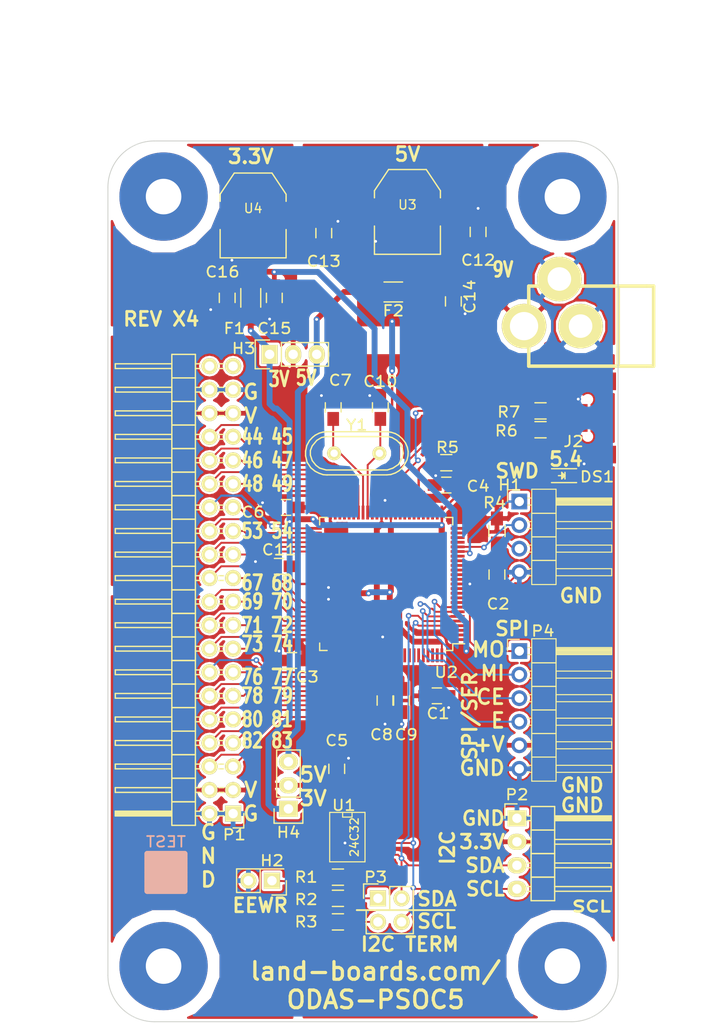
<source format=kicad_pcb>
(kicad_pcb (version 4) (host pcbnew "(after 2015-mar-04 BZR unknown)-product")
  (layers (0 F.Cu signal) (31 B.Cu signal hide) (34 B.Paste user) (36 B.SilkS user) (37 F.SilkS user) (38 B.Mask user) (39 F.Mask user) (44 Edge.Cuts user))
  (net 0 "")
  (net 1 GND)
  (net 2 +5V)
  (net 3 +3V3)
  (net 4 /IO_22)
  (net 5 /VZ0)
  (net 6 /VZ3)
  (net 7 "Net-(C8-Pad2)")
  (net 8 "Net-(C11-Pad2)")
  (net 9 /IO_23)
  (net 10 /IO_24)
  (net 11 /WR)
  (net 12 /P83)
  (net 13 /SCL)
  (net 14 /SDA)
  (net 15 /P5-4)
  (net 16 /P44)
  (net 17 /P45)
  (net 18 /P46)
  (net 19 /P47)
  (net 20 /P48)
  (net 21 /P49)
  (net 22 /P51)
  (net 23 /P52)
  (net 24 /P53)
  (net 25 /P54)
  (net 26 /P55)
  (net 27 /P56)
  (net 28 /P67)
  (net 29 /P68)
  (net 30 /P69)
  (net 31 /P70)
  (net 32 /P71)
  (net 33 /P72)
  (net 34 /P73)
  (net 35 /P74)
  (net 36 /P76)
  (net 37 /P77)
  (net 38 /P78)
  (net 39 /P79)
  (net 40 /P80)
  (net 41 /P81)
  (net 42 /P82)
  (net 43 /P85)
  (net 44 /P84)
  (net 45 "Net-(C7-Pad2)")
  (net 46 "Net-(C10-Pad2)")
  (net 47 /USB-DM)
  (net 48 /USB-DP)
  (net 49 "Net-(R6-Pad2)")
  (net 50 "Net-(R7-Pad2)")
  (net 51 /SPICE0)
  (net 52 /SPISCK)
  (net 53 /SPIMISO)
  (net 54 /SPIMOSI)
  (net 55 +3.3VP)
  (net 56 /+9V)
  (net 57 +5VP)
  (net 58 "Net-(P3-Pad1)")
  (net 59 "Net-(P3-Pad3)")
  (net 60 "Net-(DS1-Pad2)")
  (module Housings_QFP:TQFP-100_14x14mm_Pitch0.5mm (layer F.Cu) (at 40.005 57.785 180)
    (fp_text reference U2 (at -6.477 -9.525 180) (layer F.SilkS) (effects (font (size 1.143 1.27) (thickness 0.1905))))
    (fp_text value CY8C5267AXI-LP051 hide)
    (pad 1 smd rect (at -7.7 -6 180) (size 1.5 0.3) (layers F.Cu F.Mask))
    (pad 2 smd rect (at -7.7 -5.5 180) (size 1.5 0.3) (layers F.Cu F.Mask))
    (pad 3 smd rect (at -7.7 -5 180) (size 1.5 0.3) (layers F.Cu F.Mask))
    (pad 4 smd rect (at -7.7 -4.5 180) (size 1.5 0.3) (layers F.Cu F.Mask) (net 13 /SCL))
    (pad 5 smd rect (at -7.7 -4 180) (size 1.5 0.3) (layers F.Cu F.Mask) (net 14 /SDA))
    (pad 6 smd rect (at -7.7 -3.5 180) (size 1.5 0.3) (layers F.Cu F.Mask) (net 51 /SPICE0))
    (pad 7 smd rect (at -7.7 -3 180) (size 1.5 0.3) (layers F.Cu F.Mask) (net 52 /SPISCK))
    (pad 8 smd rect (at -7.7 -2.5 180) (size 1.5 0.3) (layers F.Cu F.Mask) (net 53 /SPIMISO))
    (pad 9 smd rect (at -7.7 -2 180) (size 1.5 0.3) (layers F.Cu F.Mask) (net 54 /SPIMOSI))
    (pad 10 smd rect (at -7.7 -1.5 180) (size 1.5 0.3) (layers F.Cu F.Mask) (net 1 GND))
    (pad 11 smd rect (at -7.7 -1 180) (size 1.5 0.3) (layers F.Cu F.Mask))
    (pad 12 smd rect (at -7.7 -0.5 180) (size 1.5 0.3) (layers F.Cu F.Mask) (net 1 GND))
    (pad 13 smd rect (at -7.7 0 180) (size 1.5 0.3) (layers F.Cu F.Mask) (net 1 GND))
    (pad 14 smd rect (at -7.7 0.5 180) (size 1.5 0.3) (layers F.Cu F.Mask) (net 1 GND))
    (pad 15 smd rect (at -7.7 1 180) (size 1.5 0.3) (layers F.Cu F.Mask) (net 4 /IO_22))
    (pad 16 smd rect (at -7.7 1.5 180) (size 1.5 0.3) (layers F.Cu F.Mask))
    (pad 17 smd rect (at -7.7 2 180) (size 1.5 0.3) (layers F.Cu F.Mask))
    (pad 18 smd rect (at -7.7 2.5 180) (size 1.5 0.3) (layers F.Cu F.Mask))
    (pad 19 smd rect (at -7.7 3 180) (size 1.5 0.3) (layers F.Cu F.Mask))
    (pad 20 smd rect (at -7.7 3.5 180) (size 1.5 0.3) (layers F.Cu F.Mask) (net 10 /IO_24))
    (pad 21 smd rect (at -7.7 4 180) (size 1.5 0.3) (layers F.Cu F.Mask) (net 9 /IO_23))
    (pad 22 smd rect (at -7.7 4.5 180) (size 1.5 0.3) (layers F.Cu F.Mask))
    (pad 23 smd rect (at -7.7 5 180) (size 1.5 0.3) (layers F.Cu F.Mask))
    (pad 24 smd rect (at -7.7 5.5 180) (size 1.5 0.3) (layers F.Cu F.Mask))
    (pad 25 smd rect (at -7.7 6 180) (size 1.5 0.3) (layers F.Cu F.Mask))
    (pad 26 smd rect (at -6 7.7 270) (size 1.5 0.3) (layers F.Cu F.Mask) (net 55 +3.3VP))
    (pad 27 smd rect (at -5.5 7.7 270) (size 1.5 0.3) (layers F.Cu F.Mask))
    (pad 28 smd rect (at -5 7.7 270) (size 1.5 0.3) (layers F.Cu F.Mask))
    (pad 29 smd rect (at -4.5 7.7 270) (size 1.5 0.3) (layers F.Cu F.Mask))
    (pad 30 smd rect (at -4 7.7 270) (size 1.5 0.3) (layers F.Cu F.Mask))
    (pad 31 smd rect (at -3.5 7.7 270) (size 1.5 0.3) (layers F.Cu F.Mask) (net 15 /P5-4))
    (pad 32 smd rect (at -3 7.7 270) (size 1.5 0.3) (layers F.Cu F.Mask))
    (pad 33 smd rect (at -2.5 7.7 270) (size 1.5 0.3) (layers F.Cu F.Mask))
    (pad 34 smd rect (at -2 7.7 270) (size 1.5 0.3) (layers F.Cu F.Mask))
    (pad 35 smd rect (at -1.5 7.7 270) (size 1.5 0.3) (layers F.Cu F.Mask) (net 50 "Net-(R7-Pad2)"))
    (pad 36 smd rect (at -1 7.7 270) (size 1.5 0.3) (layers F.Cu F.Mask) (net 49 "Net-(R6-Pad2)"))
    (pad 37 smd rect (at -0.5 7.7 270) (size 1.5 0.3) (layers F.Cu F.Mask) (net 2 +5V))
    (pad 38 smd rect (at 0 7.7 270) (size 1.5 0.3) (layers F.Cu F.Mask) (net 1 GND))
    (pad 39 smd rect (at 0.5 7.7 270) (size 1.5 0.3) (layers F.Cu F.Mask) (net 7 "Net-(C8-Pad2)"))
    (pad 40 smd rect (at 1 7.7 270) (size 1.5 0.3) (layers F.Cu F.Mask))
    (pad 41 smd rect (at 1.5 7.7 270) (size 1.5 0.3) (layers F.Cu F.Mask))
    (pad 42 smd rect (at 2 7.7 270) (size 1.5 0.3) (layers F.Cu F.Mask) (net 46 "Net-(C10-Pad2)"))
    (pad 43 smd rect (at 2.5 7.7 270) (size 1.5 0.3) (layers F.Cu F.Mask) (net 45 "Net-(C7-Pad2)"))
    (pad 44 smd rect (at 3 7.7 270) (size 1.5 0.3) (layers F.Cu F.Mask) (net 16 /P44))
    (pad 45 smd rect (at 3.5 7.7 270) (size 1.5 0.3) (layers F.Cu F.Mask) (net 17 /P45))
    (pad 46 smd rect (at 4 7.7 270) (size 1.5 0.3) (layers F.Cu F.Mask) (net 18 /P46))
    (pad 47 smd rect (at 4.5 7.7 270) (size 1.5 0.3) (layers F.Cu F.Mask) (net 19 /P47))
    (pad 48 smd rect (at 5 7.7 270) (size 1.5 0.3) (layers F.Cu F.Mask) (net 20 /P48))
    (pad 49 smd rect (at 5.5 7.7 270) (size 1.5 0.3) (layers F.Cu F.Mask) (net 21 /P49))
    (pad 50 smd rect (at 6 7.7 270) (size 1.5 0.3) (layers F.Cu F.Mask) (net 6 /VZ3))
    (pad 51 smd rect (at 7.7 6 180) (size 1.5 0.3) (layers F.Cu F.Mask) (net 22 /P51))
    (pad 52 smd rect (at 7.7 5.5 180) (size 1.5 0.3) (layers F.Cu F.Mask) (net 23 /P52))
    (pad 53 smd rect (at 7.7 5 180) (size 1.5 0.3) (layers F.Cu F.Mask) (net 24 /P53))
    (pad 54 smd rect (at 7.7 4.5 180) (size 1.5 0.3) (layers F.Cu F.Mask) (net 25 /P54))
    (pad 55 smd rect (at 7.7 4 180) (size 1.5 0.3) (layers F.Cu F.Mask) (net 26 /P55))
    (pad 56 smd rect (at 7.7 3.5 180) (size 1.5 0.3) (layers F.Cu F.Mask) (net 27 /P56))
    (pad 57 smd rect (at 7.7 3 180) (size 1.5 0.3) (layers F.Cu F.Mask))
    (pad 58 smd rect (at 7.7 2.5 180) (size 1.5 0.3) (layers F.Cu F.Mask))
    (pad 59 smd rect (at 7.7 2 180) (size 1.5 0.3) (layers F.Cu F.Mask))
    (pad 60 smd rect (at 7.7 1.5 180) (size 1.5 0.3) (layers F.Cu F.Mask))
    (pad 61 smd rect (at 7.7 1 180) (size 1.5 0.3) (layers F.Cu F.Mask))
    (pad 62 smd rect (at 7.7 0.5 180) (size 1.5 0.3) (layers F.Cu F.Mask))
    (pad 63 smd rect (at 7.7 0 180) (size 1.5 0.3) (layers F.Cu F.Mask) (net 8 "Net-(C11-Pad2)"))
    (pad 64 smd rect (at 7.7 -0.5 180) (size 1.5 0.3) (layers F.Cu F.Mask) (net 1 GND))
    (pad 65 smd rect (at 7.7 -1 180) (size 1.5 0.3) (layers F.Cu F.Mask) (net 2 +5V))
    (pad 66 smd rect (at 7.7 -1.5 180) (size 1.5 0.3) (layers F.Cu F.Mask) (net 1 GND))
    (pad 67 smd rect (at 7.7 -2 180) (size 1.5 0.3) (layers F.Cu F.Mask) (net 28 /P67))
    (pad 68 smd rect (at 7.7 -2.5 180) (size 1.5 0.3) (layers F.Cu F.Mask) (net 29 /P68))
    (pad 69 smd rect (at 7.7 -3 180) (size 1.5 0.3) (layers F.Cu F.Mask) (net 30 /P69))
    (pad 70 smd rect (at 7.7 -3.5 180) (size 1.5 0.3) (layers F.Cu F.Mask) (net 31 /P70))
    (pad 71 smd rect (at 7.7 -4 180) (size 1.5 0.3) (layers F.Cu F.Mask) (net 32 /P71))
    (pad 72 smd rect (at 7.7 -4.5 180) (size 1.5 0.3) (layers F.Cu F.Mask) (net 33 /P72))
    (pad 73 smd rect (at 7.7 -5 180) (size 1.5 0.3) (layers F.Cu F.Mask) (net 34 /P73))
    (pad 74 smd rect (at 7.7 -5.5 180) (size 1.5 0.3) (layers F.Cu F.Mask) (net 35 /P74))
    (pad 75 smd rect (at 7.7 -6 180) (size 1.5 0.3) (layers F.Cu F.Mask) (net 5 /VZ0))
    (pad 76 smd rect (at 6 -7.7 270) (size 1.5 0.3) (layers F.Cu F.Mask) (net 36 /P76))
    (pad 77 smd rect (at 5.5 -7.7 270) (size 1.5 0.3) (layers F.Cu F.Mask) (net 37 /P77))
    (pad 78 smd rect (at 5 -7.7 270) (size 1.5 0.3) (layers F.Cu F.Mask) (net 38 /P78))
    (pad 79 smd rect (at 4.5 -7.7 270) (size 1.5 0.3) (layers F.Cu F.Mask) (net 39 /P79))
    (pad 80 smd rect (at 4 -7.7 270) (size 1.5 0.3) (layers F.Cu F.Mask) (net 40 /P80))
    (pad 81 smd rect (at 3.5 -7.7 270) (size 1.5 0.3) (layers F.Cu F.Mask) (net 41 /P81))
    (pad 82 smd rect (at 3 -7.7 270) (size 1.5 0.3) (layers F.Cu F.Mask) (net 42 /P82))
    (pad 83 smd rect (at 2.5 -7.7 270) (size 1.5 0.3) (layers F.Cu F.Mask) (net 12 /P83))
    (pad 84 smd rect (at 2 -7.7 270) (size 1.5 0.3) (layers F.Cu F.Mask) (net 44 /P84))
    (pad 85 smd rect (at 1.5 -7.7 270) (size 1.5 0.3) (layers F.Cu F.Mask) (net 43 /P85))
    (pad 86 smd rect (at 1 -7.7 270) (size 1.5 0.3) (layers F.Cu F.Mask) (net 7 "Net-(C8-Pad2)"))
    (pad 87 smd rect (at 0.5 -7.7 270) (size 1.5 0.3) (layers F.Cu F.Mask) (net 1 GND))
    (pad 88 smd rect (at 0 -7.7 270) (size 1.5 0.3) (layers F.Cu F.Mask) (net 2 +5V))
    (pad 89 smd rect (at -0.5 -7.7 270) (size 1.5 0.3) (layers F.Cu F.Mask))
    (pad 90 smd rect (at -1 -7.7 270) (size 1.5 0.3) (layers F.Cu F.Mask))
    (pad 91 smd rect (at -1.5 -7.7 270) (size 1.5 0.3) (layers F.Cu F.Mask))
    (pad 92 smd rect (at -2 -7.7 270) (size 1.5 0.3) (layers F.Cu F.Mask))
    (pad 93 smd rect (at -2.5 -7.7 270) (size 1.5 0.3) (layers F.Cu F.Mask))
    (pad 94 smd rect (at -3 -7.7 270) (size 1.5 0.3) (layers F.Cu F.Mask))
    (pad 95 smd rect (at -3.5 -7.7 270) (size 1.5 0.3) (layers F.Cu F.Mask))
    (pad 96 smd rect (at -4 -7.7 270) (size 1.5 0.3) (layers F.Cu F.Mask))
    (pad 97 smd rect (at -4.5 -7.7 270) (size 1.5 0.3) (layers F.Cu F.Mask))
    (pad 98 smd rect (at -5 -7.7 270) (size 1.5 0.3) (layers F.Cu F.Mask))
    (pad 99 smd rect (at -5.5 -7.7 270) (size 1.5 0.3) (layers F.Cu F.Mask))
    (pad 100 smd rect (at -6 -7.7 270) (size 1.5 0.3) (layers F.Cu F.Mask) (net 55 +3.3VP))
  )
  (module Capacitors_SMD:C_0805_HandSoldering (layer F.Cu) (at 45.466 69.85)
    (fp_text reference C1 (at 0.127 1.905) (layer F.SilkS) (effects (font (size 1.143 1.27) (thickness 0.1905))))
    (fp_text value 0.1uF hide)
    (pad 1 smd rect (at -1.25 0) (size 1.5 1.25) (layers F.Cu F.Mask) (net 3 +3V3))
    (pad 2 smd rect (at 1.25 0) (size 1.5 1.25) (layers F.Cu F.Mask) (net 1 GND))
  )
  (module Capacitors_SMD:C_0805_HandSoldering (layer F.Cu) (at 51.943 56.769 270)
    (fp_text reference C2 (at 3.175 -0.127 360) (layer F.SilkS) (effects (font (size 1.143 1.27) (thickness 0.1905))))
    (fp_text value 0.1uF hide)
    (pad 1 smd rect (at -1.25 0 270) (size 1.5 1.25) (layers F.Cu F.Mask) (net 4 /IO_22))
    (pad 2 smd rect (at 1.25 0 270) (size 1.5 1.25) (layers F.Cu F.Mask) (net 1 GND))
  )
  (module Capacitors_SMD:C_0805_HandSoldering (layer F.Cu) (at 29.845 66.04 180)
    (fp_text reference C3 (at -1.651 -1.778 180) (layer F.SilkS) (effects (font (size 1.143 1.27) (thickness 0.1905))))
    (fp_text value 0.1uF hide)
    (pad 1 smd rect (at -1.25 0 180) (size 1.5 1.25) (layers F.Cu F.Mask) (net 5 /VZ0))
    (pad 2 smd rect (at 1.25 0 180) (size 1.5 1.25) (layers F.Cu F.Mask) (net 1 GND))
  )
  (module Capacitors_SMD:C_0805_HandSoldering (layer F.Cu) (at 46.482 47.117 180)
    (fp_text reference C4 (at -3.429 -0.127 180) (layer F.SilkS) (effects (font (size 1.143 1.27) (thickness 0.1905))))
    (fp_text value 0.1uF hide)
    (pad 1 smd rect (at -1.25 0 180) (size 1.5 1.25) (layers F.Cu F.Mask) (net 55 +3.3VP))
    (pad 2 smd rect (at 1.25 0 180) (size 1.5 1.25) (layers F.Cu F.Mask) (net 1 GND))
  )
  (module Capacitors_SMD:C_0805_HandSoldering (layer F.Cu) (at 34.671 77.724 90)
    (fp_text reference C5 (at 3.048 0 180) (layer F.SilkS) (effects (font (size 1.143 1.27) (thickness 0.1905))))
    (fp_text value 0.1uF hide)
    (pad 1 smd rect (at -1.25 0 90) (size 1.5 1.25) (layers F.Cu F.Mask) (net 55 +3.3VP))
    (pad 2 smd rect (at 1.25 0 90) (size 1.5 1.25) (layers F.Cu F.Mask) (net 1 GND))
  )
  (module Capacitors_SMD:C_0805_HandSoldering (layer F.Cu) (at 29.21 49.53 180)
    (fp_text reference C6 (at 3.556 -0.508 180) (layer F.SilkS) (effects (font (size 1.143 1.27) (thickness 0.1905))))
    (fp_text value 0.1uF hide)
    (pad 1 smd rect (at -1.25 0 180) (size 1.5 1.25) (layers F.Cu F.Mask) (net 6 /VZ3))
    (pad 2 smd rect (at 1.25 0 180) (size 1.5 1.25) (layers F.Cu F.Mask) (net 1 GND))
  )
  (module Capacitors_SMD:C_0805_HandSoldering (layer F.Cu) (at 39.878 70.358 90)
    (fp_text reference C8 (at -3.683 -0.381 180) (layer F.SilkS) (effects (font (size 1.143 1.27) (thickness 0.1905))))
    (fp_text value 1uF hide)
    (pad 1 smd rect (at -1.25 0 90) (size 1.5 1.25) (layers F.Cu F.Mask) (net 1 GND))
    (pad 2 smd rect (at 1.25 0 90) (size 1.5 1.25) (layers F.Cu F.Mask) (net 7 "Net-(C8-Pad2)"))
  )
  (module Capacitors_SMD:C_0805_HandSoldering (layer F.Cu) (at 41.656 70.358 90)
    (fp_text reference C9 (at -3.683 0.508 180) (layer F.SilkS) (effects (font (size 1.143 1.27) (thickness 0.1905))))
    (fp_text value 0.1uF hide)
    (pad 1 smd rect (at -1.25 0 90) (size 1.5 1.25) (layers F.Cu F.Mask) (net 1 GND))
    (pad 2 smd rect (at 1.25 0 90) (size 1.5 1.25) (layers F.Cu F.Mask) (net 2 +5V))
  )
  (module Capacitors_SMD:C_0805_HandSoldering (layer F.Cu) (at 28.448 55.88)
    (fp_text reference C11 (at 0 -1.778) (layer F.SilkS) (effects (font (size 1.143 1.27) (thickness 0.1905))))
    (fp_text value 1uF hide)
    (pad 1 smd rect (at -1.25 0) (size 1.5 1.25) (layers F.Cu F.Mask) (net 1 GND))
    (pad 2 smd rect (at 1.25 0) (size 1.5 1.25) (layers F.Cu F.Mask) (net 8 "Net-(C11-Pad2)"))
  )
  (module Resistors_SMD:R_1206_HandSoldering (layer F.Cu) (at 25.4 26.924 90)
    (fp_text reference F1 (at -3.302 -1.778 180) (layer F.SilkS) (effects (font (size 1.143 1.27) (thickness 0.1905))))
    (fp_text value FUSE hide)
    (pad 1 smd rect (at -2 0 90) (size 2 1.7) (layers F.Cu F.Mask) (net 55 +3.3VP))
    (pad 2 smd rect (at 2 0 90) (size 2 1.7) (layers F.Cu F.Mask) (net 3 +3V3))
  )
  (module Resistors_SMD:R_1206_HandSoldering (layer F.Cu) (at 40.767 26.289)
    (fp_text reference F2 (at 0 2.032 180) (layer F.SilkS) (effects (font (size 1.143 1.27) (thickness 0.1905))))
    (fp_text value FUSE hide)
    (pad 1 smd rect (at -2 0) (size 2 1.7) (layers F.Cu F.Mask) (net 57 +5VP))
    (pad 2 smd rect (at 2 0) (size 2 1.7) (layers F.Cu F.Mask) (net 2 +5V))
  )
  (module Pin_Headers:Pin_Header_Straight_2x01 (layer F.Cu) (at 27.686 89.789 180)
    (fp_text reference H2 (at 0 2.159 360) (layer F.SilkS) (effects (font (size 1.143 1.27) (thickness 0.1905))))
    (fp_text value CONN_2 hide)
    (pad 1 thru_hole rect (at 0 0 180) (size 1.7272 1.7272) (drill 1.016) (layers *.Cu *.Mask F.SilkS) (net 11 /WR))
    (pad 2 thru_hole oval (at 2.54 0 180) (size 1.7272 1.7272) (drill 1.016) (layers *.Cu *.Mask F.SilkS) (net 1 GND))
  )
  (module Pin_Headers:Pin_Header_Straight_1x03 (layer F.Cu) (at 27.432 33.02 90)
    (fp_text reference H3 (at 0.635 -2.794 180) (layer F.SilkS) (effects (font (size 1.143 1.27) (thickness 0.1905))))
    (fp_text value CONN_01X03 hide)
    (pad 1 thru_hole rect (at 0 0 90) (size 2.032 1.7272) (drill 1.016) (layers *.Cu *.Mask F.SilkS) (net 55 +3.3VP))
    (pad 2 thru_hole oval (at 0 2.54 90) (size 2.032 1.7272) (drill 1.016) (layers *.Cu *.Mask F.SilkS) (net 6 /VZ3))
    (pad 3 thru_hole oval (at 0 5.08 90) (size 2.032 1.7272) (drill 1.016) (layers *.Cu *.Mask F.SilkS) (net 57 +5VP))
  )
  (module Pin_Headers:Pin_Header_Straight_1x03 (layer F.Cu) (at 29.464 82.042 180)
    (fp_text reference H4 (at 0 -2.54 180) (layer F.SilkS) (effects (font (size 1.143 1.27) (thickness 0.1905))))
    (fp_text value CONN_01X03 hide)
    (pad 1 thru_hole rect (at 0 0 180) (size 2.032 1.7272) (drill 1.016) (layers *.Cu *.Mask F.SilkS) (net 55 +3.3VP))
    (pad 2 thru_hole oval (at 0 2.54 180) (size 2.032 1.7272) (drill 1.016) (layers *.Cu *.Mask F.SilkS) (net 5 /VZ0))
    (pad 3 thru_hole oval (at 0 5.08 180) (size 2.032 1.7272) (drill 1.016) (layers *.Cu *.Mask F.SilkS) (net 57 +5VP))
  )
  (module Resistors_SMD:R_0805_HandSoldering (layer F.Cu) (at 34.798 89.408 180)
    (fp_text reference R1 (at 3.429 0 360) (layer F.SilkS) (effects (font (size 1.143 1.27) (thickness 0.1905))))
    (fp_text value 1K hide)
    (pad 1 smd rect (at -1.35 0 180) (size 1.5 1.3) (layers F.Cu F.Mask) (net 3 +3V3))
    (pad 2 smd rect (at 1.35 0 180) (size 1.5 1.3) (layers F.Cu F.Mask) (net 11 /WR))
  )
  (module Resistors_SMD:R_0805_HandSoldering (layer F.Cu) (at 34.798 91.694 180)
    (fp_text reference R2 (at 3.429 -0.127 360) (layer F.SilkS) (effects (font (size 1.143 1.27) (thickness 0.1905))))
    (fp_text value 3.9K hide)
    (pad 1 smd rect (at -1.35 0 180) (size 1.5 1.3) (layers F.Cu F.Mask) (net 58 "Net-(P3-Pad1)"))
    (pad 2 smd rect (at 1.35 0 180) (size 1.5 1.3) (layers F.Cu F.Mask) (net 3 +3V3))
  )
  (module Resistors_SMD:R_0805_HandSoldering (layer F.Cu) (at 34.798 94.234 180)
    (fp_text reference R3 (at 3.429 0 180) (layer F.SilkS) (effects (font (size 1.143 1.27) (thickness 0.1905))))
    (fp_text value 3.9K hide)
    (pad 1 smd rect (at -1.35 0 180) (size 1.5 1.3) (layers F.Cu F.Mask) (net 59 "Net-(P3-Pad3)"))
    (pad 2 smd rect (at 1.35 0 180) (size 1.5 1.3) (layers F.Cu F.Mask) (net 3 +3V3))
  )
  (module Resistors_SMD:R_0805_HandSoldering (layer F.Cu) (at 51.943 52.07 90)
    (fp_text reference R4 (at 3.048 -0.254 180) (layer F.SilkS) (effects (font (size 1.143 1.27) (thickness 0.1905))))
    (fp_text value 3.9K hide)
    (pad 1 smd rect (at -1.35 0 90) (size 1.5 1.3) (layers F.Cu F.Mask) (net 4 /IO_22))
    (pad 2 smd rect (at 1.35 0 90) (size 1.5 1.3) (layers F.Cu F.Mask) (net 3 +3V3))
  )
  (module Resistors_SMD:R_0805_HandSoldering (layer F.Cu) (at 46.482 44.704)
    (fp_text reference R5 (at 0.127 -1.651) (layer F.SilkS) (effects (font (size 1.143 1.27) (thickness 0.1905))))
    (fp_text value 120 hide)
    (pad 1 smd rect (at -1.35 0) (size 1.5 1.3) (layers F.Cu F.Mask) (net 15 /P5-4))
    (pad 2 smd rect (at 1.35 0) (size 1.5 1.3) (layers F.Cu F.Mask) (net 60 "Net-(DS1-Pad2)"))
  )
  (module REV_BLOCK (layer B.Cu) (at 16.256 88.9)
    (fp_text reference TEST (at 0 -3.302) (layer B.SilkS) (effects (font (size 1.143 1.27) (thickness 0.1905)) (justify mirror)))
    (fp_text value COUPON hide)
  )
  (module dougsLib:SO8E-wider (layer F.Cu) (at 35.814 85.09 270)
    (fp_text reference U1 (at -3.429 0.381 360) (layer F.SilkS) (effects (font (size 1.143 1.27) (thickness 0.1905))))
    (fp_text value 24C32 (at 0 -0.762 270) (layer F.SilkS) (effects (font (size 0.889 0.889) (thickness 0.1524))))
    (pad 8 smd rect (at -1.905 -2.794 270) (size 0.59944 1.651) (layers F.Cu F.Mask) (net 3 +3V3))
    (pad 1 smd rect (at -1.905 2.794 270) (size 0.59944 1.651) (layers F.Cu F.Mask) (net 1 GND))
    (pad 7 smd rect (at -0.635 -2.794 270) (size 0.59944 1.651) (layers F.Cu F.Mask) (net 11 /WR))
    (pad 6 smd rect (at 0.635 -2.794 270) (size 0.59944 1.651) (layers F.Cu F.Mask) (net 13 /SCL))
    (pad 5 smd rect (at 1.905 -2.794 270) (size 0.59944 1.651) (layers F.Cu F.Mask) (net 14 /SDA))
    (pad 2 smd rect (at -0.635 2.794 270) (size 0.59944 1.651) (layers F.Cu F.Mask) (net 1 GND))
    (pad 3 smd rect (at 0.635 2.794 270) (size 0.59944 1.651) (layers F.Cu F.Mask) (net 1 GND))
    (pad 4 smd rect (at 1.905 2.794 270) (size 0.59944 1.651) (layers F.Cu F.Mask) (net 1 GND))
  )
  (module dougsLib:JACK_3.5MM (layer F.Cu) (at 60.96 29.972 180)
    (fp_text reference J1 hide)
    (fp_text value DCJ0202 hide)
    (pad 2 thru_hole circle (at 0 0 180) (size 4.8006 4.8006) (drill 2.54) (layers *.Cu *.Mask F.SilkS) (net 1 GND))
    (pad 1 thru_hole circle (at 6.096 0 180) (size 4.8006 4.8006) (drill 3.048) (layers *.Cu *.Mask F.SilkS) (net 56 /+9V))
    (pad 3 thru_hole circle (at 2.286 5.08 180) (size 4.8006 4.8006) (drill 2.54) (layers *.Cu *.Mask F.SilkS) (net 1 GND))
  )
  (module Pin_Headers:Pin_Header_Angled_2x20 (layer F.Cu) (at 23.495 82.55 180)
    (fp_text reference P1 (at -0.127 -2.286 180) (layer F.SilkS) (effects (font (size 1.143 1.27) (thickness 0.1905))))
    (fp_text value CONN_01X40 hide)
    (pad 1 thru_hole rect (at 0 0 180) (size 1.7272 1.7272) (drill 1.016) (layers *.Cu *.Mask F.SilkS) (net 1 GND))
    (pad 2 thru_hole oval (at 2.54 0 180) (size 1.7272 1.7272) (drill 1.016) (layers *.Cu *.Mask F.SilkS) (net 1 GND))
    (pad 3 thru_hole oval (at 0 2.54 180) (size 1.7272 1.7272) (drill 1.016) (layers *.Cu *.Mask F.SilkS) (net 5 /VZ0))
    (pad 4 thru_hole oval (at 2.54 2.54 180) (size 1.7272 1.7272) (drill 1.016) (layers *.Cu *.Mask F.SilkS) (net 5 /VZ0))
    (pad 5 thru_hole oval (at 0 5.08 180) (size 1.7272 1.7272) (drill 1.016) (layers *.Cu *.Mask F.SilkS) (net 43 /P85))
    (pad 6 thru_hole oval (at 2.54 5.08 180) (size 1.7272 1.7272) (drill 1.016) (layers *.Cu *.Mask F.SilkS) (net 44 /P84))
    (pad 7 thru_hole oval (at 0 7.62 180) (size 1.7272 1.7272) (drill 1.016) (layers *.Cu *.Mask F.SilkS) (net 12 /P83))
    (pad 8 thru_hole oval (at 2.54 7.62 180) (size 1.7272 1.7272) (drill 1.016) (layers *.Cu *.Mask F.SilkS) (net 42 /P82))
    (pad 9 thru_hole oval (at 0 10.16 180) (size 1.7272 1.7272) (drill 1.016) (layers *.Cu *.Mask F.SilkS) (net 41 /P81))
    (pad 10 thru_hole oval (at 2.54 10.16 180) (size 1.7272 1.7272) (drill 1.016) (layers *.Cu *.Mask F.SilkS) (net 40 /P80))
    (pad 11 thru_hole oval (at 0 12.7 180) (size 1.7272 1.7272) (drill 1.016) (layers *.Cu *.Mask F.SilkS) (net 39 /P79))
    (pad 12 thru_hole oval (at 2.54 12.7 180) (size 1.7272 1.7272) (drill 1.016) (layers *.Cu *.Mask F.SilkS) (net 38 /P78))
    (pad 13 thru_hole oval (at 0 15.24 180) (size 1.7272 1.7272) (drill 1.016) (layers *.Cu *.Mask F.SilkS) (net 37 /P77))
    (pad 14 thru_hole oval (at 2.54 15.24 180) (size 1.7272 1.7272) (drill 1.016) (layers *.Cu *.Mask F.SilkS) (net 36 /P76))
    (pad 15 thru_hole oval (at 0 17.78 180) (size 1.7272 1.7272) (drill 1.016) (layers *.Cu *.Mask F.SilkS) (net 35 /P74))
    (pad 16 thru_hole oval (at 2.54 17.78 180) (size 1.7272 1.7272) (drill 1.016) (layers *.Cu *.Mask F.SilkS) (net 34 /P73))
    (pad 17 thru_hole oval (at 0 20.32 180) (size 1.7272 1.7272) (drill 1.016) (layers *.Cu *.Mask F.SilkS) (net 33 /P72))
    (pad 18 thru_hole oval (at 2.54 20.32 180) (size 1.7272 1.7272) (drill 1.016) (layers *.Cu *.Mask F.SilkS) (net 32 /P71))
    (pad 19 thru_hole oval (at 0 22.86 180) (size 1.7272 1.7272) (drill 1.016) (layers *.Cu *.Mask F.SilkS) (net 31 /P70))
    (pad 20 thru_hole oval (at 2.54 22.86 180) (size 1.7272 1.7272) (drill 1.016) (layers *.Cu *.Mask F.SilkS) (net 30 /P69))
    (pad 21 thru_hole oval (at 0 25.4 180) (size 1.7272 1.7272) (drill 1.016) (layers *.Cu *.Mask F.SilkS) (net 29 /P68))
    (pad 22 thru_hole oval (at 2.54 25.4 180) (size 1.7272 1.7272) (drill 1.016) (layers *.Cu *.Mask F.SilkS) (net 28 /P67))
    (pad 23 thru_hole oval (at 0 27.94 180) (size 1.7272 1.7272) (drill 1.016) (layers *.Cu *.Mask F.SilkS) (net 27 /P56))
    (pad 24 thru_hole oval (at 2.54 27.94 180) (size 1.7272 1.7272) (drill 1.016) (layers *.Cu *.Mask F.SilkS) (net 26 /P55))
    (pad 25 thru_hole oval (at 0 30.48 180) (size 1.7272 1.7272) (drill 1.016) (layers *.Cu *.Mask F.SilkS) (net 25 /P54))
    (pad 26 thru_hole oval (at 2.54 30.48 180) (size 1.7272 1.7272) (drill 1.016) (layers *.Cu *.Mask F.SilkS) (net 24 /P53))
    (pad 27 thru_hole oval (at 0 33.02 180) (size 1.7272 1.7272) (drill 1.016) (layers *.Cu *.Mask F.SilkS) (net 23 /P52))
    (pad 28 thru_hole oval (at 2.54 33.02 180) (size 1.7272 1.7272) (drill 1.016) (layers *.Cu *.Mask F.SilkS) (net 22 /P51))
    (pad 29 thru_hole oval (at 0 35.56 180) (size 1.7272 1.7272) (drill 1.016) (layers *.Cu *.Mask F.SilkS) (net 21 /P49))
    (pad 30 thru_hole oval (at 2.54 35.56 180) (size 1.7272 1.7272) (drill 1.016) (layers *.Cu *.Mask F.SilkS) (net 20 /P48))
    (pad 31 thru_hole oval (at 0 38.1 180) (size 1.7272 1.7272) (drill 1.016) (layers *.Cu *.Mask F.SilkS) (net 19 /P47))
    (pad 32 thru_hole oval (at 2.54 38.1 180) (size 1.7272 1.7272) (drill 1.016) (layers *.Cu *.Mask F.SilkS) (net 18 /P46))
    (pad 33 thru_hole oval (at 0 40.64 180) (size 1.7272 1.7272) (drill 1.016) (layers *.Cu *.Mask F.SilkS) (net 17 /P45))
    (pad 34 thru_hole oval (at 2.54 40.64 180) (size 1.7272 1.7272) (drill 1.016) (layers *.Cu *.Mask F.SilkS) (net 16 /P44))
    (pad 35 thru_hole oval (at 0 43.18 180) (size 1.7272 1.7272) (drill 1.016) (layers *.Cu *.Mask F.SilkS) (net 6 /VZ3))
    (pad 36 thru_hole oval (at 2.54 43.18 180) (size 1.7272 1.7272) (drill 1.016) (layers *.Cu *.Mask F.SilkS) (net 6 /VZ3))
    (pad 37 thru_hole oval (at 0 45.72 180) (size 1.7272 1.7272) (drill 1.016) (layers *.Cu *.Mask F.SilkS) (net 1 GND))
    (pad 38 thru_hole oval (at 2.54 45.72 180) (size 1.7272 1.7272) (drill 1.016) (layers *.Cu *.Mask F.SilkS) (net 1 GND))
    (pad 39 thru_hole oval (at 0 48.26 180) (size 1.7272 1.7272) (drill 1.016) (layers *.Cu *.Mask F.SilkS))
    (pad 40 thru_hole oval (at 2.54 48.26 180) (size 1.7272 1.7272) (drill 1.016) (layers *.Cu *.Mask F.SilkS))
  )
  (module Capacitors_SMD:C_0805_HandSoldering (layer F.Cu) (at 34.29 38.735 270)
    (fp_text reference C7 (at -2.921 -0.762 360) (layer F.SilkS) (effects (font (size 1.143 1.27) (thickness 0.1905))))
    (fp_text value C hide)
    (pad 1 smd rect (at -1.25 0 270) (size 1.5 1.25) (layers F.Cu F.Mask) (net 1 GND))
    (pad 2 smd rect (at 1.25 0 270) (size 1.5 1.25) (layers F.Cu F.Mask) (net 45 "Net-(C7-Pad2)"))
  )
  (module Capacitors_SMD:C_0805_HandSoldering (layer F.Cu) (at 39.37 38.735 270)
    (fp_text reference C10 (at -2.794 0 360) (layer F.SilkS) (effects (font (size 1.143 1.27) (thickness 0.1905))))
    (fp_text value C hide)
    (pad 1 smd rect (at -1.25 0 270) (size 1.5 1.25) (layers F.Cu F.Mask) (net 1 GND))
    (pad 2 smd rect (at 1.25 0 270) (size 1.5 1.25) (layers F.Cu F.Mask) (net 46 "Net-(C10-Pad2)"))
  )
  (module DougsNewMods:USB_Micro-B-Wellco-SMT (layer F.Cu) (at 61.214 39.878 90)
    (fp_text reference J2 (at -2.54 -1.016 180) (layer F.SilkS) (effects (font (size 1.143 1.27) (thickness 0.1905))))
    (fp_text value USB-MICRO-B hide)
    (pad 1 smd rect (at -1.3 -0.4 90) (size 0.4 1.8) (layers F.Cu F.Mask))
    (pad 2 smd rect (at -0.65 -0.4 90) (size 0.4 1.8) (layers F.Cu F.Mask) (net 47 /USB-DM))
    (pad 3 smd rect (at 0 -0.4 90) (size 0.4 1.8) (layers F.Cu F.Mask) (net 48 /USB-DP))
    (pad 4 smd rect (at 0.65 -0.4 90) (size 0.4 1.8) (layers F.Cu F.Mask))
    (pad 5 smd rect (at 1.3 -0.4 90) (size 0.4 1.8) (layers F.Cu F.Mask) (net 1 GND))
    (pad "" np_thru_hole circle (at -2 0.525 180) (size 0.55 0.55) (drill 0.55) (layers *.Cu *.Mask F.SilkS))
    (pad "" np_thru_hole circle (at 2 0.525 180) (size 0.55 0.55) (drill oval 0.55) (layers *.Cu *.Mask F.SilkS))
    (pad 7 smd rect (at -3.95 2.625 180) (size 1.9 1.9) (layers F.Cu F.Mask))
    (pad 6 smd rect (at 3.95 2.625 180) (size 1.9 1.9) (layers F.Cu F.Mask))
  )
  (module Resistors_SMD:R_0805_HandSoldering (layer F.Cu) (at 56.642 41.148 180)
    (fp_text reference R6 (at 3.683 -0.127 180) (layer F.SilkS) (effects (font (size 1.143 1.27) (thickness 0.1905))))
    (fp_text value 22 hide)
    (pad 1 smd rect (at -1.35 0 180) (size 1.5 1.3) (layers F.Cu F.Mask) (net 47 /USB-DM))
    (pad 2 smd rect (at 1.35 0 180) (size 1.5 1.3) (layers F.Cu F.Mask) (net 49 "Net-(R6-Pad2)"))
  )
  (module Resistors_SMD:R_0805_HandSoldering (layer F.Cu) (at 56.642 39.116 180)
    (fp_text reference R7 (at 3.429 -0.127 180) (layer F.SilkS) (effects (font (size 1.143 1.27) (thickness 0.1905))))
    (fp_text value 22 hide)
    (pad 1 smd rect (at -1.35 0 180) (size 1.5 1.3) (layers F.Cu F.Mask) (net 48 /USB-DP))
    (pad 2 smd rect (at 1.35 0 180) (size 1.5 1.3) (layers F.Cu F.Mask) (net 50 "Net-(R7-Pad2)"))
  )
  (module Crystals:Crystal_HC49-U_Vertical (layer F.Cu) (at 36.83 43.688)
    (fp_text reference Y1 (at 0 -3.048) (layer F.SilkS) (effects (font (size 1.143 1.27) (thickness 0.1905))))
    (fp_text value Crystal_Small hide)
    (pad 1 thru_hole circle (at -2.44094 0) (size 1.50114 1.50114) (drill 0.8001) (layers *.Cu *.Mask F.SilkS) (net 45 "Net-(C7-Pad2)"))
    (pad 2 thru_hole circle (at 2.44094 0) (size 1.50114 1.50114) (drill 0.8001) (layers *.Cu *.Mask F.SilkS) (net 46 "Net-(C10-Pad2)"))
  )
  (module Capacitors_SMD:C_0805_HandSoldering (layer F.Cu) (at 49.911 19.812 90)
    (fp_text reference C12 (at -3.048 0 180) (layer F.SilkS) (effects (font (size 1.143 1.27) (thickness 0.1905))))
    (fp_text value 0.1uF hide)
    (pad 1 smd rect (at -1.25 0 90) (size 1.5 1.25) (layers F.Cu F.Mask) (net 56 /+9V))
    (pad 2 smd rect (at 1.25 0 90) (size 1.5 1.25) (layers F.Cu F.Mask) (net 1 GND))
  )
  (module Capacitors_SMD:C_0805_HandSoldering (layer F.Cu) (at 33.274 19.939 90)
    (fp_text reference C13 (at -3.048 0 180) (layer F.SilkS) (effects (font (size 1.143 1.27) (thickness 0.1905))))
    (fp_text value 0.1uF hide)
    (pad 1 smd rect (at -1.25 0 90) (size 1.5 1.25) (layers F.Cu F.Mask) (net 2 +5V))
    (pad 2 smd rect (at 1.25 0 90) (size 1.5 1.25) (layers F.Cu F.Mask) (net 1 GND))
  )
  (module Capacitors_SMD:C_0805_HandSoldering (layer F.Cu) (at 47.244 27.305 270)
    (fp_text reference C14 (at -0.508 -1.778 450) (layer F.SilkS) (effects (font (size 1.143 1.27) (thickness 0.1905))))
    (fp_text value 0.1uF hide)
    (pad 1 smd rect (at -1.25 0 270) (size 1.5 1.25) (layers F.Cu F.Mask) (net 2 +5V))
    (pad 2 smd rect (at 1.25 0 270) (size 1.5 1.25) (layers F.Cu F.Mask) (net 1 GND))
  )
  (module Capacitors_SMD:C_0805_HandSoldering (layer F.Cu) (at 27.94 26.924 270)
    (fp_text reference C15 (at 3.302 0 360) (layer F.SilkS) (effects (font (size 1.143 1.27) (thickness 0.1905))))
    (fp_text value 0.1uF hide)
    (pad 1 smd rect (at -1.25 0 270) (size 1.5 1.25) (layers F.Cu F.Mask) (net 3 +3V3))
    (pad 2 smd rect (at 1.25 0 270) (size 1.5 1.25) (layers F.Cu F.Mask) (net 1 GND))
  )
  (module Capacitors_SMD:C_0805_HandSoldering (layer F.Cu) (at 22.86 26.924 270)
    (fp_text reference C16 (at -2.794 0.508 540) (layer F.SilkS) (effects (font (size 1.143 1.27) (thickness 0.1905))))
    (fp_text value 0.1uF hide)
    (pad 1 smd rect (at -1.25 0 270) (size 1.5 1.25) (layers F.Cu F.Mask) (net 3 +3V3))
    (pad 2 smd rect (at 1.25 0 270) (size 1.5 1.25) (layers F.Cu F.Mask) (net 1 GND))
  )
  (module Pin_Headers:Pin_Header_Angled_1x04 (layer F.Cu) (at 54.102 83.058)
    (fp_text reference P2 (at 0 -2.54 180) (layer F.SilkS) (effects (font (size 1.143 1.27) (thickness 0.1905))))
    (fp_text value CONN_01X04 hide)
    (pad 1 thru_hole rect (at 0 0) (size 2.032 1.7272) (drill 1.016) (layers *.Cu *.Mask F.SilkS) (net 1 GND))
    (pad 2 thru_hole oval (at 0 2.54) (size 2.032 1.7272) (drill 1.016) (layers *.Cu *.Mask F.SilkS) (net 3 +3V3))
    (pad 3 thru_hole oval (at 0 5.08) (size 2.032 1.7272) (drill 1.016) (layers *.Cu *.Mask F.SilkS) (net 14 /SDA))
    (pad 4 thru_hole oval (at 0 7.62) (size 2.032 1.7272) (drill 1.016) (layers *.Cu *.Mask F.SilkS) (net 13 /SCL))
  )
  (module Pin_Headers:Pin_Header_Straight_2x02 (layer F.Cu) (at 39.116 91.694)
    (fp_text reference P3 (at -0.254 -2.286) (layer F.SilkS) (effects (font (size 1.143 1.27) (thickness 0.1905))))
    (fp_text value CONN_02X02 hide)
    (pad 1 thru_hole rect (at 0 0) (size 1.7272 1.7272) (drill 1.016) (layers *.Cu *.Mask F.SilkS) (net 58 "Net-(P3-Pad1)"))
    (pad 2 thru_hole oval (at 2.54 0) (size 1.7272 1.7272) (drill 1.016) (layers *.Cu *.Mask F.SilkS) (net 14 /SDA))
    (pad 3 thru_hole oval (at 0 2.54) (size 1.7272 1.7272) (drill 1.016) (layers *.Cu *.Mask F.SilkS) (net 59 "Net-(P3-Pad3)"))
    (pad 4 thru_hole oval (at 2.54 2.54) (size 1.7272 1.7272) (drill 1.016) (layers *.Cu *.Mask F.SilkS) (net 13 /SCL))
  )
  (module LEDs:LED_0805 (layer F.Cu) (at 58.928 46.101 180)
    (fp_text reference DS1 (at -3.81 -0.127 360) (layer F.SilkS) (effects (font (size 1.143 1.27) (thickness 0.1905))))
    (fp_text value LED-fixed hide)
    (pad 2 smd rect (at 1.04902 0) (size 1.19888 1.19888) (layers F.Cu F.Mask) (net 60 "Net-(DS1-Pad2)"))
    (pad 1 smd rect (at -1.04902 0) (size 1.19888 1.19888) (layers F.Cu F.Mask) (net 1 GND))
  )
  (module LandBoards_MountHoles:MTG-6-32 (layer F.Cu) (at 16 16)
    (fp_text reference MTG1 hide)
    (fp_text value CONN_1 hide)
    (pad 1 thru_hole circle (at 0 0) (size 9.525 9.525) (drill 3.8354) (layers *.Cu *.Mask))
  )
  (module LandBoards_MountHoles:MTG-6-32 (layer F.Cu) (at 59 16)
    (fp_text reference MTG2 hide)
    (fp_text value CONN_1 hide)
    (pad 1 thru_hole circle (at 0 0) (size 9.525 9.525) (drill 3.8354) (layers *.Cu *.Mask))
  )
  (module LandBoards_MountHoles:MTG-6-32 (layer F.Cu) (at 16 99)
    (fp_text reference MTG3 hide)
    (fp_text value CONN_1 hide)
    (pad 1 thru_hole circle (at 0 0) (size 9.525 9.525) (drill 3.8354) (layers *.Cu *.Mask))
  )
  (module LandBoards_MountHoles:MTG-6-32 (layer F.Cu) (at 59 99)
    (fp_text reference MTG4 hide)
    (fp_text value CONN_1 hide)
    (pad 1 thru_hole circle (at 0 0) (size 9.525 9.525) (drill 3.8354) (layers *.Cu *.Mask))
  )
  (module LandBoards_Marking:FIDUCIAL (layer F.Cu) (at 15.0876 25.2476)
    (fp_text reference FID1 hide)
    (fp_text value CONN_1 hide)
    (pad 1 smd circle (at 0 0) (size 1 1) (layers F.Cu F.Mask) (clearance 1))
  )
  (module LandBoards_Marking:FIDUCIAL (layer F.Cu) (at 23.749 96.52)
    (fp_text reference FID2 hide)
    (fp_text value CONN_1 hide)
    (pad 1 smd circle (at 0 0) (size 1 1) (layers F.Cu F.Mask) (clearance 1))
  )
  (module Pin_Headers:Pin_Header_Angled_1x04_Pitch2.54mm (layer F.Cu) (at 54.356 48.895)
    (fp_text reference H1 (at -1.016 -1.778) (layer F.SilkS) (effects (font (size 1.143 1.27) (thickness 0.1905))))
    (fp_text value CONN_01X04 hide)
    (pad 1 thru_hole rect (at 0 0) (size 1.7 1.7) (drill 1) (layers *.Cu *.Mask) (net 10 /IO_24))
    (pad 2 thru_hole oval (at 0 2.54) (size 1.7 1.7) (drill 1) (layers *.Cu *.Mask) (net 9 /IO_23))
    (pad 3 thru_hole oval (at 0 5.08) (size 1.7 1.7) (drill 1) (layers *.Cu *.Mask) (net 4 /IO_22))
    (pad 4 thru_hole oval (at 0 7.62) (size 1.7 1.7) (drill 1) (layers *.Cu *.Mask) (net 1 GND))
  )
  (module Pin_Headers:Pin_Header_Angled_1x06_Pitch2.54mm (layer F.Cu) (at 54.356 65.024)
    (fp_text reference P4 (at 2.54 -2.159) (layer F.SilkS) (effects (font (size 1.143 1.27) (thickness 0.1905))))
    (fp_text value CONN_01X06 hide)
    (pad 1 thru_hole rect (at 0 0) (size 1.7 1.7) (drill 1) (layers *.Cu *.Mask) (net 54 /SPIMOSI))
    (pad 2 thru_hole oval (at 0 2.54) (size 1.7 1.7) (drill 1) (layers *.Cu *.Mask) (net 53 /SPIMISO))
    (pad 3 thru_hole oval (at 0 5.08) (size 1.7 1.7) (drill 1) (layers *.Cu *.Mask) (net 52 /SPISCK))
    (pad 4 thru_hole oval (at 0 7.62) (size 1.7 1.7) (drill 1) (layers *.Cu *.Mask) (net 51 /SPICE0))
    (pad 5 thru_hole oval (at 0 10.16) (size 1.7 1.7) (drill 1) (layers *.Cu *.Mask) (net 3 +3V3))
    (pad 6 thru_hole oval (at 0 12.7) (size 1.7 1.7) (drill 1) (layers *.Cu *.Mask) (net 1 GND))
  )
  (module TO_SOT_Packages_SMD:SOT-223 (layer F.Cu) (at 42.291 17.653)
    (fp_text reference U3 (at 0 -0.762) (layer F.SilkS))
    (fp_text value AP1117 hide)
    (pad 4 smd rect (at 0 -3.302) (size 3.6576 2.032) (layers F.Cu F.Mask) (net 2 +5V))
    (pad 2 smd rect (at 0 3.302) (size 1.016 2.032) (layers F.Cu F.Mask) (net 2 +5V))
    (pad 3 smd rect (at 2.286 3.302) (size 1.016 2.032) (layers F.Cu F.Mask) (net 56 /+9V))
    (pad 1 smd rect (at -2.286 3.302) (size 1.016 2.032) (layers F.Cu F.Mask) (net 1 GND))
  )
  (module TO_SOT_Packages_SMD:SOT-223 (layer F.Cu) (at 25.654 18.034)
    (fp_text reference U4 (at 0 -0.762) (layer F.SilkS))
    (fp_text value AP1117 hide)
    (pad 4 smd rect (at 0 -3.302) (size 3.6576 2.032) (layers F.Cu F.Mask) (net 3 +3V3))
    (pad 2 smd rect (at 0 3.302) (size 1.016 2.032) (layers F.Cu F.Mask) (net 3 +3V3))
    (pad 3 smd rect (at 2.286 3.302) (size 1.016 2.032) (layers F.Cu F.Mask) (net 2 +5V))
    (pad 1 smd rect (at -2.286 3.302) (size 1.016 2.032) (layers F.Cu F.Mask) (net 1 GND))
  )
  (gr_text SPI/SER (at 49.022 67.056 90) (layer F.SilkS) (effects (font (size 1.5 1.5) (thickness 0.3)) (justify right)))
  (gr_text I2C (at 46.609 84.201 90) (layer F.SilkS) (effects (font (size 1.5 1.5) (thickness 0.3)) (justify right)))
  (gr_line (start 43.688 92.964) (end 47.371 92.964) (angle 90) (layer F.SilkS) (width 0.2))
  (gr_text SCL (at 64.389 92.583) (layer F.SilkS) (effects (font (size 1.143 1.5) (thickness 0.28575)) (justify right)))
  (gr_text GND (at 63.627 81.661) (layer F.SilkS) (effects (font (size 1.5 1.5) (thickness 0.3)) (justify right)))
  (gr_text GND (at 63.627 79.502) (layer F.SilkS) (effects (font (size 1.5 1.5) (thickness 0.3)) (justify right)))
  (gr_text 5.4 (at 57.404 44.323) (layer F.SilkS) (effects (font (size 1.5 1.5) (thickness 0.3)) (justify left)))
  (gr_text SWD (at 56.642 45.593) (layer F.SilkS) (effects (font (size 1.5 1.5) (thickness 0.3)) (justify right)))
  (gr_text GND (at 63.5 59.055) (layer F.SilkS) (effects (font (size 1.5 1.5) (thickness 0.3)) (justify right)))
  (gr_text GND (at 52.959 83.058) (layer F.SilkS) (effects (font (size 1.5 1.5) (thickness 0.3)) (justify right)))
  (gr_text 3.3V (at 52.959 85.598) (layer F.SilkS) (effects (font (size 1.5 1.5) (thickness 0.3)) (justify right)))
  (gr_text SDA (at 52.959 88.138) (layer F.SilkS) (effects (font (size 1.5 1.5) (thickness 0.3)) (justify right)))
  (gr_text "SDA\nSCL" (at 43.18 92.964) (layer F.SilkS) (effects (font (size 1.5 1.5) (thickness 0.3)) (justify left)))
  (gr_line (start 60 105) (end 15 105) (angle 90) (layer Edge.Cuts) (width 0.1))
  (gr_line (start 65 15) (end 65 100) (angle 90) (layer Edge.Cuts) (width 0.1))
  (gr_line (start 15 10) (end 60 10) (angle 90) (layer Edge.Cuts) (width 0.1))
  (gr_text 9V (at 52.578 23.876) (layer F.SilkS) (effects (font (size 1.5875 1.2) (thickness 0.3))))
  (gr_text 3V (at 28.448 35.687) (layer F.SilkS) (effects (font (size 1.5875 1.2) (thickness 0.3))))
  (gr_text 5V (at 31.369 35.56) (layer F.SilkS) (effects (font (size 1.5875 1.2) (thickness 0.3))))
  (gr_text "G\nN\nD" (at 20.828 87.122) (layer F.SilkS) (effects (font (size 1.5875 1.5875) (thickness 0.3))))
  (gr_text "5V\n3V" (at 32.131 79.629) (layer F.SilkS) (effects (font (size 1.5875 1.5875) (thickness 0.3))))
  (gr_text "82 83" (at 27.178 74.676) (layer F.SilkS) (effects (font (size 1.5875 1.2) (thickness 0.3))))
  (gr_text "80 81" (at 27.178 72.39) (layer F.SilkS) (effects (font (size 1.5875 1.2) (thickness 0.3))))
  (gr_text "78 79" (at 27.178 69.85) (layer F.SilkS) (effects (font (size 1.5875 1.2) (thickness 0.3))))
  (gr_text "76 77" (at 27.178 67.818) (layer F.SilkS) (effects (font (size 1.5875 1.2) (thickness 0.3))))
  (gr_text "73 74" (at 27.178 64.262) (layer F.SilkS) (effects (font (size 1.5875 1.2) (thickness 0.3))))
  (gr_text "71 72" (at 27.178 62.23) (layer F.SilkS) (effects (font (size 1.5875 1.2) (thickness 0.3))))
  (gr_text "69 70" (at 27.178 59.69) (layer F.SilkS) (effects (font (size 1.5875 1.2) (thickness 0.3))))
  (gr_text "67 68" (at 27.178 57.658) (layer F.SilkS) (effects (font (size 1.5875 1.2) (thickness 0.3))))
  (gr_text "53 54" (at 27.178 52.07) (layer F.SilkS) (effects (font (size 1.5875 1.2) (thickness 0.3))))
  (gr_text "48 49" (at 27.178 46.99) (layer F.SilkS) (effects (font (size 1.5875 1.2) (thickness 0.3))))
  (gr_text "46 47" (at 27.178 44.45) (layer F.SilkS) (effects (font (size 1.5875 1.2) (thickness 0.3))))
  (gr_text "44 45" (at 27.178 41.91) (layer F.SilkS) (effects (font (size 1.5875 1.2) (thickness 0.3))))
  (gr_line (start 43.688 92.964) (end 36.83 92.964) (angle 90) (layer F.SilkS) (width 0.2))
  (gr_text "REV X4" (at 15.748 29.21) (layer F.SilkS) (effects (font (size 1.5 1.5) (thickness 0.3))))
  (gr_text 3.3V (at 25.4 11.684) (layer F.SilkS) (effects (font (size 1.5 1.5) (thickness 0.3))))
  (gr_text "I2C TERM" (at 42.545 96.647) (layer F.SilkS) (effects (font (size 1.5 1.5) (thickness 0.3))))
  (gr_text "G\nV" (at 25.4 38.354) (layer F.SilkS) (effects (font (size 1.5875 1.5875) (thickness 0.3))))
  (gr_text SPI (at 53.594 62.611) (layer F.SilkS) (effects (font (size 1.5 1.5) (thickness 0.3))))
  (gr_text "MO\nMI\nCE\nE\n+V\nGND" (at 52.959 71.247) (layer F.SilkS) (effects (font (size 1.5875 1.5875) (thickness 0.3)) (justify right)))
  (gr_text SCL (at 52.959 90.678) (layer F.SilkS) (effects (font (size 1.5 1.5) (thickness 0.3)) (justify right)))
  (gr_text EEWR (at 26.416 92.456) (layer F.SilkS) (effects (font (size 1.5 1.5) (thickness 0.3))))
  (gr_text "V\nG" (at 25.4 81.28) (layer F.SilkS) (effects (font (size 1.5875 1.5875) (thickness 0.3))))
  (gr_text 5V (at 42.291 11.43) (layer F.SilkS) (effects (font (size 1.5 1.5) (thickness 0.3))))
  (gr_text "land-boards.com/\nODAS-PSOC5" (at 38.862 101.092) (layer F.SilkS) (effects (font (size 1.905 1.905) (thickness 0.34925))))
  (gr_line (start 10 15) (end 10 100) (angle 90) (layer Edge.Cuts) (width 0.1))
  (gr_arc (start 15 100) (end 15 105) (angle 90) (layer Edge.Cuts) (width 0.1))
  (gr_arc (start 60 100) (end 65 100) (angle 90) (layer Edge.Cuts) (width 0.1))
  (gr_arc (start 60 15) (end 60 10) (angle 90) (layer Edge.Cuts) (width 0.1))
  (gr_arc (start 15 15) (end 10 15) (angle 90) (layer Edge.Cuts) (width 0.1))
  (segment (start 39.505 65.485) (end 39.505 63.619) (width 0.2032) (layer F.Cu) (net 1))
  (via (at 39.624 63.5) (size 0.61) (drill 0.3) (layers F.Cu B.Cu) (net 1))
  (segment (start 39.505 63.619) (end 39.624 63.5) (width 0.2032) (layer F.Cu) (net 1))
  (segment (start 40.005 50.085) (end 40.005 48.895) (width 0.2032) (layer F.Cu) (net 1))
  (via (at 39.878 48.768) (size 0.61) (drill 0.3) (layers F.Cu B.Cu) (net 1))
  (segment (start 40.005 48.895) (end 39.878 48.768) (width 0.2032) (layer F.Cu) (net 1))
  (segment (start 32.305 58.285) (end 33.663 58.285) (width 0.2032) (layer F.Cu) (net 1))
  (via (at 33.782 58.166) (size 0.61) (drill 0.3) (layers F.Cu B.Cu) (net 1))
  (segment (start 33.663 58.285) (end 33.782 58.166) (width 0.2032) (layer F.Cu) (net 1))
  (segment (start 32.305 59.285) (end 33.631 59.285) (width 0.2032) (layer F.Cu) (net 1))
  (via (at 33.782 59.436) (size 0.61) (drill 0.3) (layers F.Cu B.Cu) (net 1))
  (segment (start 33.631 59.285) (end 33.782 59.436) (width 0.2032) (layer F.Cu) (net 1))
  (segment (start 46.716 69.85) (end 46.716 71.1) (width 0.2032) (layer F.Cu) (net 1))
  (via (at 46.736 71.12) (size 0.61) (drill 0.3) (layers F.Cu B.Cu) (net 1))
  (segment (start 46.716 71.1) (end 46.736 71.12) (width 0.2032) (layer F.Cu) (net 1))
  (via (at 35.56 85.725) (size 0.61) (drill 0.3) (layers F.Cu B.Cu) (net 1))
  (segment (start 35.56 85.725) (end 35.56 85.852) (width 0.2032) (layer B.Cu) (net 1))
  (segment (start 33.02 85.725) (end 35.56 85.725) (width 0.2032) (layer F.Cu) (net 1))
  (segment (start 35.56 85.725) (end 35.56 85.852) (width 0.2032) (layer F.Cu) (net 1))
  (segment (start 33.02 84.455) (end 35.56 84.455) (width 0.2032) (layer F.Cu) (net 1))
  (segment (start 33.02 86.995) (end 34.925 86.995) (width 0.2032) (layer F.Cu) (net 1))
  (segment (start 35.179 83.185) (end 33.02 83.185) (width 0.2032) (layer F.Cu) (net 1))
  (segment (start 35.56 83.566) (end 35.179 83.185) (width 0.2032) (layer F.Cu) (net 1))
  (segment (start 35.56 86.36) (end 35.56 85.852) (width 0.2032) (layer F.Cu) (net 1))
  (segment (start 35.56 85.852) (end 35.56 84.455) (width 0.2032) (layer F.Cu) (net 1))
  (segment (start 35.56 84.455) (end 35.56 83.566) (width 0.2032) (layer F.Cu) (net 1))
  (segment (start 34.925 86.995) (end 35.56 86.36) (width 0.2032) (layer F.Cu) (net 1))
  (segment (start 41.656 71.608) (end 41.656 72.898) (width 0.2032) (layer F.Cu) (net 1))
  (via (at 41.656 72.898) (size 0.61) (drill 0.3) (layers F.Cu B.Cu) (net 1))
  (segment (start 39.878 71.608) (end 39.878 72.898) (width 0.2032) (layer F.Cu) (net 1))
  (via (at 39.878 72.898) (size 0.61) (drill 0.3) (layers F.Cu B.Cu) (net 1))
  (segment (start 27.94 28.174) (end 27.432 29.21) (width 0.2032) (layer F.Cu) (net 1))
  (via (at 27.432 29.21) (size 0.61) (drill 0.3) (layers F.Cu B.Cu) (net 1))
  (segment (start 27.96 49.53) (end 27.178 49.53) (width 0.2032) (layer F.Cu) (net 1))
  (via (at 26.67 49.022) (size 0.61) (drill 0.3) (layers F.Cu B.Cu) (net 1))
  (segment (start 27.178 49.53) (end 26.67 49.022) (width 0.2032) (layer F.Cu) (net 1))
  (segment (start 22.86 28.174) (end 21.102 28.174) (width 0.2032) (layer F.Cu) (net 1))
  (via (at 21.082 28.194) (size 0.61) (drill 0.3) (layers F.Cu B.Cu) (net 1))
  (segment (start 21.102 28.174) (end 21.082 28.194) (width 0.2032) (layer F.Cu) (net 1))
  (segment (start 28.595 66.04) (end 28.595 65.171) (width 0.2032) (layer F.Cu) (net 1))
  (via (at 28.448 65.024) (size 0.61) (drill 0.3) (layers F.Cu B.Cu) (net 1))
  (segment (start 28.595 65.171) (end 28.448 65.024) (width 0.2032) (layer F.Cu) (net 1))
  (via (at 25.908 55.372) (size 0.61) (drill 0.3) (layers F.Cu B.Cu) (net 1))
  (segment (start 26.416 55.88) (end 25.908 55.372) (width 0.2032) (layer F.Cu) (net 1))
  (segment (start 26.416 55.88) (end 25.908 55.372) (width 0.254) (layer F.Cu) (net 1))
  (segment (start 27.198 55.88) (end 26.416 55.88) (width 0.254) (layer F.Cu) (net 1))
  (via (at 23.368 22.86) (size 0.61) (layers F.Cu B.Cu) (net 1))
  (segment (start 23.368 21.336) (end 23.368 22.86) (width 0.2032) (layer F.Cu) (net 1))
  (via (at 49.911 17.272) (size 0.61) (drill 0.3) (layers F.Cu B.Cu) (net 1))
  (segment (start 49.911 18.562) (end 49.911 17.272) (width 0.2032) (layer F.Cu) (net 1))
  (segment (start 60.814 37.954) (end 60.706 37.846) (width 0.2032) (layer F.Cu) (net 1))
  (via (at 60.706 37.846) (size 0.61) (layers F.Cu B.Cu) (net 1))
  (segment (start 60.814 38.578) (end 60.814 37.954) (width 0.2032) (layer F.Cu) (net 1))
  (segment (start 38.989 20.955) (end 38.862 20.828) (width 0.2032) (layer F.Cu) (net 1))
  (via (at 38.862 20.828) (size 0.61) (layers F.Cu B.Cu) (net 1))
  (segment (start 40.005 20.955) (end 38.989 20.955) (width 0.2032) (layer F.Cu) (net 1))
  (segment (start 52.852 58.019) (end 54.356 56.515) (width 0.2032) (layer F.Cu) (net 1))
  (segment (start 51.943 58.019) (end 52.852 58.019) (width 0.2032) (layer F.Cu) (net 1))
  (segment (start 35.834 76.474) (end 35.941 76.581) (width 0.635) (layer F.Cu) (net 1))
  (via (at 35.941 76.581) (size 0.61) (layers F.Cu B.Cu) (net 1))
  (segment (start 34.671 76.474) (end 35.834 76.474) (width 0.635) (layer F.Cu) (net 1))
  (segment (start 34.778 18.689) (end 34.798 18.669) (width 0.635) (layer F.Cu) (net 1))
  (via (at 34.798 18.669) (size 0.61) (layers F.Cu B.Cu) (net 1))
  (segment (start 33.274 18.689) (end 34.778 18.689) (width 0.635) (layer F.Cu) (net 1))
  (segment (start 48.425 28.555) (end 48.509 28.639) (width 0.635) (layer F.Cu) (net 1))
  (via (at 48.509 28.639) (size 0.61) (layers F.Cu B.Cu) (net 1))
  (segment (start 47.371 28.555) (end 48.425 28.555) (width 0.635) (layer F.Cu) (net 1))
  (segment (start 49.022 57.785) (end 47.705 57.785) (width 0.2032) (layer F.Cu) (net 1))
  (segment (start 49.022 57.404) (end 49.022 57.785) (width 0.2032) (layer F.Cu) (net 1))
  (segment (start 49.022 58.166) (end 49.022 57.785) (width 0.2032) (layer F.Cu) (net 1))
  (segment (start 48.903 58.285) (end 49.022 58.166) (width 0.2032) (layer F.Cu) (net 1))
  (segment (start 47.705 58.285) (end 48.903 58.285) (width 0.2032) (layer F.Cu) (net 1))
  (segment (start 48.998 59.285) (end 49.022 59.261) (width 0.2032) (layer F.Cu) (net 1))
  (segment (start 49.022 59.261) (end 49.022 58.166) (width 0.2032) (layer F.Cu) (net 1))
  (segment (start 47.705 59.285) (end 48.998 59.285) (width 0.2032) (layer F.Cu) (net 1))
  (via (at 49.022 57.785) (size 0.61) (layers F.Cu B.Cu) (net 1))
  (segment (start 49.022 57.404) (end 49.022 57.785) (width 0.2032) (layer F.Cu) (net 1))
  (segment (start 48.903 57.285) (end 49.022 57.404) (width 0.2032) (layer F.Cu) (net 1))
  (segment (start 47.705 57.285) (end 48.903 57.285) (width 0.2032) (layer F.Cu) (net 1))
  (segment (start 45.232 46.208) (end 45.339 46.101) (width 0.254) (layer F.Cu) (net 1))
  (via (at 45.339 46.101) (size 0.61) (layers F.Cu B.Cu) (net 1))
  (segment (start 45.232 47.117) (end 45.232 46.208) (width 0.254) (layer F.Cu) (net 1))
  (via (at 61.341 44.831) (size 0.61) (layers F.Cu B.Cu) (net 1))
  (segment (start 60.071 46.101) (end 61.341 44.831) (width 0.254) (layer F.Cu) (net 1))
  (segment (start 59.97702 46.101) (end 60.071 46.101) (width 0.254) (layer F.Cu) (net 1))
  (segment (start 33.04 37.485) (end 33.02 37.465) (width 0.635) (layer F.Cu) (net 1))
  (via (at 33.02 37.465) (size 0.61) (layers F.Cu B.Cu) (net 1))
  (segment (start 34.29 37.485) (end 33.04 37.485) (width 0.635) (layer F.Cu) (net 1))
  (segment (start 38.247 37.485) (end 38.227 37.465) (width 0.635) (layer F.Cu) (net 1))
  (via (at 38.227 37.465) (size 0.61) (layers F.Cu B.Cu) (net 1))
  (segment (start 39.37 37.485) (end 38.247 37.485) (width 0.635) (layer F.Cu) (net 1))
  (via (at 40.386 58.674) (size 0.61) (drill 0.3) (layers F.Cu B.Cu) (net 2))
  (segment (start 40.005 65.485) (end 40.005 64.135) (width 0.2032) (layer F.Cu) (net 2))
  (segment (start 40.386 62.865) (end 40.386 58.674) (width 0.2032) (layer F.Cu) (net 2))
  (segment (start 40.386 63.754) (end 40.386 62.865) (width 0.2032) (layer F.Cu) (net 2))
  (segment (start 40.005 64.135) (end 40.386 63.754) (width 0.2032) (layer F.Cu) (net 2))
  (segment (start 40.005 65.485) (end 40.005 66.421) (width 0.2032) (layer F.Cu) (net 2))
  (segment (start 40.005 66.421) (end 40.894 67.31) (width 0.2032) (layer F.Cu) (net 2))
  (via (at 40.64 29.464) (size 0.61) (layers F.Cu B.Cu) (net 2))
  (segment (start 40.64 34.798) (end 40.64 29.464) (width 0.2032) (layer B.Cu) (net 2))
  (segment (start 40.64 29.464) (end 40.64 34.798) (width 0.635) (layer B.Cu) (net 2))
  (via (at 40.64 34.798) (size 0.61) (layers F.Cu B.Cu) (net 2))
  (segment (start 40.64 34.798) (end 40.64 42.164) (width 0.254) (layer F.Cu) (net 2))
  (segment (start 40.505 51.443) (end 40.505 50.085) (width 0.2032) (layer F.Cu) (net 2))
  (segment (start 40.386 51.562) (end 40.505 51.443) (width 0.2032) (layer F.Cu) (net 2))
  (segment (start 40.386 51.562) (end 40.386 58.674) (width 0.254) (layer F.Cu) (net 2))
  (segment (start 38.862 58.674) (end 40.386 58.674) (width 0.254) (layer B.Cu) (net 2))
  (segment (start 38.084 58.785) (end 38.1 58.801) (width 0.635) (layer F.Cu) (net 2))
  (via (at 38.1 58.801) (size 0.61) (layers F.Cu B.Cu) (net 2))
  (segment (start 38.1 58.801) (end 38.227 58.674) (width 0.635) (layer B.Cu) (net 2))
  (segment (start 38.227 58.674) (end 40.386 58.674) (width 0.635) (layer B.Cu) (net 2))
  (segment (start 32.305 58.785) (end 34.29 58.785) (width 0.2032) (layer F.Cu) (net 2))
  (segment (start 34.29 58.785) (end 38.084 58.785) (width 0.635) (layer F.Cu) (net 2))
  (segment (start 40.505 58.555) (end 40.386 58.674) (width 0.635) (layer F.Cu) (net 2))
  (segment (start 40.505 51.443) (end 40.505 58.555) (width 0.635) (layer F.Cu) (net 2))
  (segment (start 40.386 58.674) (end 40.386 62.865) (width 0.635) (layer F.Cu) (net 2))
  (segment (start 41.656 67.945) (end 40.894 67.183) (width 0.635) (layer F.Cu) (net 2))
  (segment (start 40.894 67.183) (end 40.894 67.31) (width 0.635) (layer F.Cu) (net 2))
  (segment (start 41.656 69.108) (end 41.656 67.945) (width 0.635) (layer F.Cu) (net 2))
  (segment (start 40.505 45.22) (end 41.402 44.323) (width 0.2032) (layer F.Cu) (net 2))
  (segment (start 41.402 44.323) (end 41.402 42.926) (width 0.2032) (layer F.Cu) (net 2))
  (segment (start 41.402 42.926) (end 40.64 42.164) (width 0.2032) (layer F.Cu) (net 2))
  (segment (start 40.505 50.085) (end 40.505 45.22) (width 0.2032) (layer F.Cu) (net 2))
  (segment (start 25.654 21.336) (end 25.654 24.67) (width 0.635) (layer F.Cu) (net 3))
  (segment (start 25.654 24.67) (end 25.4 24.924) (width 0.635) (layer F.Cu) (net 3))
  (segment (start 51.943 50.72) (end 51.609 50.72) (width 0.2032) (layer F.Cu) (net 3))
  (segment (start 26.15 25.674) (end 25.4 24.924) (width 0.2032) (layer F.Cu) (net 3))
  (segment (start 27.94 25.674) (end 26.15 25.674) (width 0.2032) (layer F.Cu) (net 3))
  (segment (start 24.65 25.674) (end 25.4 24.924) (width 0.2032) (layer F.Cu) (net 3))
  (segment (start 22.86 25.674) (end 24.65 25.674) (width 0.2032) (layer F.Cu) (net 3))
  (segment (start 32.63 24.13) (end 38.75 30.25) (width 0.635) (layer B.Cu) (net 3))
  (segment (start 38.75 30.25) (end 38.75 35.448) (width 0.635) (layer B.Cu) (net 3))
  (segment (start 27.94 24.13) (end 32.63 24.13) (width 0.635) (layer B.Cu) (net 3))
  (via (at 27.94 24.13) (size 0.61) (layers F.Cu B.Cu) (net 3))
  (segment (start 27.94 25.674) (end 27.94 24.13) (width 0.2032) (layer F.Cu) (net 3))
  (segment (start 47.371 49.911) (end 47.371 60.706) (width 0.635) (layer B.Cu) (net 3))
  (segment (start 48.641 65.024) (end 48.641 61.976) (width 0.635) (layer B.Cu) (net 3))
  (segment (start 48.641 61.976) (end 47.371 60.706) (width 0.635) (layer B.Cu) (net 3))
  (via (at 48.641 65.024) (size 0.61) (layers F.Cu B.Cu) (net 3))
  (segment (start 42.291 38.989) (end 38.75 35.448) (width 0.635) (layer B.Cu) (net 3))
  (segment (start 42.291 43.561) (end 42.291 38.989) (width 0.635) (layer B.Cu) (net 3))
  (segment (start 42.291 44.831) (end 47.371 49.911) (width 0.635) (layer B.Cu) (net 3))
  (segment (start 42.291 43.561) (end 42.291 44.831) (width 0.635) (layer B.Cu) (net 3))
  (segment (start 53.166 53.42) (end 51.943 53.42) (width 0.2032) (layer F.Cu) (net 4))
  (segment (start 53.721 53.975) (end 53.166 53.42) (width 0.2032) (layer F.Cu) (net 4))
  (segment (start 54.356 53.975) (end 53.721 53.975) (width 0.2032) (layer F.Cu) (net 4))
  (segment (start 51.943 55.519) (end 51.943 53.42) (width 0.2032) (layer F.Cu) (net 4))
  (segment (start 49.26 56.785) (end 50.526 55.519) (width 0.254) (layer F.Cu) (net 4))
  (segment (start 50.526 55.519) (end 51.943 55.519) (width 0.254) (layer F.Cu) (net 4))
  (segment (start 47.705 56.785) (end 49.26 56.785) (width 0.254) (layer F.Cu) (net 4))
  (segment (start 31.095 65.095) (end 31.19 65) (width 0.2032) (layer F.Cu) (net 5))
  (segment (start 31.19 65) (end 32 65) (width 0.2032) (layer F.Cu) (net 5))
  (segment (start 32 65) (end 32.305 64.695) (width 0.2032) (layer F.Cu) (net 5))
  (segment (start 32.305 64.695) (end 32.305 63.785) (width 0.2032) (layer F.Cu) (net 5))
  (segment (start 31.095 66.04) (end 31.095 65.095) (width 0.2032) (layer F.Cu) (net 5))
  (segment (start 34.005 50.085) (end 33.067 50.085) (width 0.2032) (layer F.Cu) (net 6))
  (segment (start 32.512 49.53) (end 30.46 49.53) (width 0.2032) (layer F.Cu) (net 6))
  (segment (start 33.067 50.085) (end 32.512 49.53) (width 0.2032) (layer F.Cu) (net 6))
  (segment (start 39.005 64.151) (end 39.005 65.485) (width 0.2032) (layer F.Cu) (net 7))
  (segment (start 38.862 64.008) (end 39.005 64.151) (width 0.2032) (layer F.Cu) (net 7))
  (segment (start 39.005 65.485) (end 39.005 67.453) (width 0.2032) (layer F.Cu) (net 7))
  (segment (start 39.878 68.326) (end 39.878 69.108) (width 0.2032) (layer F.Cu) (net 7))
  (segment (start 39.005 67.453) (end 39.878 68.326) (width 0.2032) (layer F.Cu) (net 7))
  (segment (start 39.505 51.308) (end 39.505 50.085) (width 0.254) (layer F.Cu) (net 7))
  (segment (start 38.481 63.627) (end 38.862 64.008) (width 0.635) (layer F.Cu) (net 7))
  (segment (start 39.878 68.072) (end 39.243 67.437) (width 0.635) (layer F.Cu) (net 7))
  (segment (start 39.878 69.108) (end 39.878 68.072) (width 0.635) (layer F.Cu) (net 7))
  (segment (start 38.481 61.087) (end 38.989 60.579) (width 0.635) (layer F.Cu) (net 7))
  (segment (start 38.989 60.579) (end 38.989 51.824) (width 0.635) (layer F.Cu) (net 7))
  (segment (start 38.989 51.824) (end 39.505 51.308) (width 0.635) (layer F.Cu) (net 7))
  (segment (start 38.481 63.627) (end 38.481 61.087) (width 0.635) (layer F.Cu) (net 7))
  (segment (start 29.698 57.13) (end 29.698 55.88) (width 0.2032) (layer F.Cu) (net 8))
  (segment (start 29.698 57.13) (end 29.698 55.88) (width 0.254) (layer F.Cu) (net 8))
  (segment (start 29.698 57.13) (end 29.698 55.88) (width 0.254) (layer F.Cu) (net 8))
  (segment (start 30.353 57.785) (end 29.698 57.13) (width 0.254) (layer F.Cu) (net 8))
  (segment (start 32.305 57.785) (end 30.353 57.785) (width 0.254) (layer F.Cu) (net 8))
  (segment (start 50.483 53.785) (end 50.546 53.848) (width 0.2032) (layer F.Cu) (net 9))
  (via (at 50.546 53.848) (size 0.61) (layers F.Cu B.Cu) (net 9))
  (segment (start 50.546 53.848) (end 52.959 51.435) (width 0.2032) (layer B.Cu) (net 9))
  (segment (start 52.959 51.435) (end 54.356 51.435) (width 0.2032) (layer B.Cu) (net 9))
  (segment (start 47.705 53.785) (end 50.483 53.785) (width 0.2032) (layer F.Cu) (net 9))
  (segment (start 48.824 54.285) (end 49.022 54.483) (width 0.2032) (layer F.Cu) (net 10))
  (via (at 49.022 54.483) (size 0.61) (layers F.Cu B.Cu) (net 10))
  (segment (start 47.705 54.285) (end 48.824 54.285) (width 0.2032) (layer F.Cu) (net 10))
  (segment (start 53.086 48.895) (end 49.022 52.959) (width 0.254) (layer B.Cu) (net 10))
  (segment (start 49.022 52.959) (end 49.022 54.483) (width 0.254) (layer B.Cu) (net 10))
  (segment (start 54.356 48.895) (end 53.086 48.895) (width 0.254) (layer B.Cu) (net 10))
  (segment (start 33.448 89.408) (end 33.448 88.726) (width 0.2032) (layer F.Cu) (net 11))
  (segment (start 37.465 84.455) (end 38.608 84.455) (width 0.2032) (layer F.Cu) (net 11))
  (segment (start 37.084 84.836) (end 37.465 84.455) (width 0.2032) (layer F.Cu) (net 11))
  (segment (start 37.084 86.36) (end 37.084 84.836) (width 0.2032) (layer F.Cu) (net 11))
  (segment (start 35.56 87.884) (end 37.084 86.36) (width 0.2032) (layer F.Cu) (net 11))
  (segment (start 34.29 87.884) (end 35.56 87.884) (width 0.2032) (layer F.Cu) (net 11))
  (segment (start 33.448 88.726) (end 34.29 87.884) (width 0.2032) (layer F.Cu) (net 11))
  (segment (start 27.686 89.789) (end 31.242 89.916) (width 0.2032) (layer F.Cu) (net 11))
  (segment (start 31.75 89.408) (end 33.448 89.408) (width 0.2032) (layer F.Cu) (net 11))
  (segment (start 31.242 89.916) (end 31.75 89.408) (width 0.2032) (layer F.Cu) (net 11))
  (segment (start 23.495 74.93) (end 23.622 74.93) (width 0.2032) (layer F.Cu) (net 12))
  (segment (start 23.622 74.93) (end 27.686 70.866) (width 0.2032) (layer F.Cu) (net 12))
  (segment (start 27.686 70.866) (end 35.052 70.866) (width 0.2032) (layer F.Cu) (net 12))
  (segment (start 37.505 65.485) (end 37.505 68.413) (width 0.2032) (layer F.Cu) (net 12))
  (segment (start 37.505 68.413) (end 35.052 70.866) (width 0.2032) (layer F.Cu) (net 12))
  (segment (start 23.749 74.676) (end 23.495 74.93) (width 0.2032) (layer F.Cu) (net 12))
  (via (at 42.926 85.725) (size 0.61) (drill 0.3) (layers F.Cu B.Cu) (net 13))
  (segment (start 38.608 85.725) (end 42.926 85.725) (width 0.2032) (layer F.Cu) (net 13))
  (segment (start 42.926 81.026) (end 42.926 62.23) (width 0.2032) (layer B.Cu) (net 13))
  (segment (start 43.489 62.285) (end 47.705 62.285) (width 0.2032) (layer F.Cu) (net 13))
  (segment (start 43.18 61.976) (end 43.489 62.285) (width 0.2032) (layer F.Cu) (net 13))
  (via (at 43.18 61.976) (size 0.61) (drill 0.3) (layers F.Cu B.Cu) (net 13))
  (segment (start 42.926 62.23) (end 43.18 61.976) (width 0.2032) (layer B.Cu) (net 13))
  (segment (start 41.91 94.234) (end 41.656 94.234) (width 0.2032) (layer F.Cu) (net 13))
  (segment (start 42.926 81.026) (end 42.926 85.725) (width 0.2032) (layer B.Cu) (net 13))
  (segment (start 42.926 92.837) (end 41.656 94.107) (width 0.2032) (layer F.Cu) (net 13))
  (segment (start 42.926 85.725) (end 42.926 90.551) (width 0.2032) (layer B.Cu) (net 13))
  (via (at 42.926 90.551) (size 0.61) (layers F.Cu B.Cu) (net 13))
  (segment (start 41.656 94.107) (end 42.926 92.837) (width 0.2032) (layer F.Cu) (net 13))
  (segment (start 41.656 94.234) (end 41.656 94.107) (width 0.2032) (layer F.Cu) (net 13))
  (segment (start 43.053 90.678) (end 42.926 90.551) (width 0.2032) (layer F.Cu) (net 13))
  (segment (start 54.102 90.678) (end 43.053 90.678) (width 0.2032) (layer F.Cu) (net 13))
  (segment (start 42.926 92.837) (end 42.926 90.551) (width 0.2032) (layer F.Cu) (net 13))
  (segment (start 38.608 86.995) (end 41.275 86.995) (width 0.2032) (layer F.Cu) (net 14))
  (segment (start 41.275 86.995) (end 41.656 87.376) (width 0.2032) (layer F.Cu) (net 14))
  (segment (start 47.705 61.785) (end 44.005 61.785) (width 0.2032) (layer F.Cu) (net 14))
  (segment (start 44.005 61.785) (end 43.434 61.214) (width 0.2032) (layer F.Cu) (net 14))
  (via (at 41.656 87.376) (size 0.61) (drill 0.3) (layers F.Cu B.Cu) (net 14))
  (segment (start 42.418 78.74) (end 42.418 61.214) (width 0.2032) (layer B.Cu) (net 14))
  (via (at 42.418 61.214) (size 0.61) (drill 0.3) (layers F.Cu B.Cu) (net 14))
  (segment (start 42.418 61.214) (end 43.434 61.214) (width 0.2032) (layer F.Cu) (net 14))
  (segment (start 41.656 88.646) (end 41.656 87.376) (width 0.2032) (layer F.Cu) (net 14))
  (segment (start 41.656 91.694) (end 41.656 88.646) (width 0.2032) (layer F.Cu) (net 14))
  (segment (start 42.418 88.138) (end 41.656 87.376) (width 0.2032) (layer F.Cu) (net 14))
  (segment (start 54.102 88.138) (end 42.418 88.138) (width 0.2032) (layer F.Cu) (net 14))
  (segment (start 42.418 84.963) (end 41.656 85.725) (width 0.2032) (layer B.Cu) (net 14))
  (segment (start 41.656 85.725) (end 41.656 87.376) (width 0.2032) (layer B.Cu) (net 14))
  (segment (start 42.418 78.74) (end 42.418 84.963) (width 0.2032) (layer B.Cu) (net 14))
  (segment (start 43.505 45.395) (end 44.196 44.704) (width 0.254) (layer F.Cu) (net 15))
  (segment (start 44.196 44.704) (end 45.132 44.704) (width 0.254) (layer F.Cu) (net 15))
  (segment (start 43.505 50.085) (end 43.505 45.395) (width 0.254) (layer F.Cu) (net 15))
  (segment (start 37.005 50.085) (end 37.005 47.165) (width 0.2032) (layer F.Cu) (net 16))
  (segment (start 22.225 40.64) (end 20.955 41.91) (width 0.2032) (layer F.Cu) (net 16))
  (segment (start 24.384 40.64) (end 22.225 40.64) (width 0.2032) (layer F.Cu) (net 16))
  (segment (start 28.702 44.958) (end 24.384 40.64) (width 0.2032) (layer F.Cu) (net 16))
  (segment (start 33.02 44.958) (end 28.702 44.958) (width 0.2032) (layer F.Cu) (net 16))
  (segment (start 34.036 45.974) (end 33.02 44.958) (width 0.2032) (layer F.Cu) (net 16))
  (segment (start 35.814 45.974) (end 34.036 45.974) (width 0.2032) (layer F.Cu) (net 16))
  (segment (start 37.005 47.165) (end 35.814 45.974) (width 0.2032) (layer F.Cu) (net 16))
  (segment (start 36.505 50.085) (end 36.505 47.427) (width 0.2032) (layer F.Cu) (net 17))
  (segment (start 27.686 45.466) (end 24.13 41.91) (width 0.2032) (layer F.Cu) (net 17))
  (segment (start 32.512 45.466) (end 27.686 45.466) (width 0.2032) (layer F.Cu) (net 17))
  (segment (start 33.528 46.482) (end 32.512 45.466) (width 0.2032) (layer F.Cu) (net 17))
  (segment (start 35.56 46.482) (end 33.528 46.482) (width 0.2032) (layer F.Cu) (net 17))
  (segment (start 36.505 47.427) (end 35.56 46.482) (width 0.2032) (layer F.Cu) (net 17))
  (segment (start 24.13 41.91) (end 23.495 41.91) (width 0.2032) (layer F.Cu) (net 17))
  (segment (start 36.005 50.085) (end 36.005 47.943) (width 0.2032) (layer F.Cu) (net 18))
  (segment (start 22.225 43.18) (end 20.955 44.45) (width 0.2032) (layer F.Cu) (net 18))
  (segment (start 24.384 43.18) (end 22.225 43.18) (width 0.2032) (layer F.Cu) (net 18))
  (segment (start 27.178 45.974) (end 24.384 43.18) (width 0.2032) (layer F.Cu) (net 18))
  (segment (start 32.258 45.974) (end 27.178 45.974) (width 0.2032) (layer F.Cu) (net 18))
  (segment (start 33.274 46.99) (end 32.258 45.974) (width 0.2032) (layer F.Cu) (net 18))
  (segment (start 35.052 46.99) (end 33.274 46.99) (width 0.2032) (layer F.Cu) (net 18))
  (segment (start 36.005 47.943) (end 35.052 46.99) (width 0.2032) (layer F.Cu) (net 18))
  (segment (start 35.505 50.085) (end 35.505 48.205) (width 0.2032) (layer F.Cu) (net 19))
  (segment (start 24.384 44.45) (end 23.495 44.45) (width 0.2032) (layer F.Cu) (net 19))
  (segment (start 26.416 46.482) (end 24.384 44.45) (width 0.2032) (layer F.Cu) (net 19))
  (segment (start 32.004 46.482) (end 26.416 46.482) (width 0.2032) (layer F.Cu) (net 19))
  (segment (start 33.02 47.498) (end 32.004 46.482) (width 0.2032) (layer F.Cu) (net 19))
  (segment (start 34.798 47.498) (end 33.02 47.498) (width 0.2032) (layer F.Cu) (net 19))
  (segment (start 35.505 48.205) (end 34.798 47.498) (width 0.2032) (layer F.Cu) (net 19))
  (segment (start 35.005 50.085) (end 35.005 48.467) (width 0.2032) (layer F.Cu) (net 20))
  (segment (start 22.225 45.72) (end 20.955 46.99) (width 0.2032) (layer F.Cu) (net 20))
  (segment (start 24.892 45.72) (end 22.225 45.72) (width 0.2032) (layer F.Cu) (net 20))
  (segment (start 26.416 47.244) (end 24.892 45.72) (width 0.2032) (layer F.Cu) (net 20))
  (segment (start 32.004 47.244) (end 26.416 47.244) (width 0.2032) (layer F.Cu) (net 20))
  (segment (start 32.766 48.006) (end 32.004 47.244) (width 0.2032) (layer F.Cu) (net 20))
  (segment (start 34.544 48.006) (end 32.766 48.006) (width 0.2032) (layer F.Cu) (net 20))
  (segment (start 35.005 48.467) (end 34.544 48.006) (width 0.2032) (layer F.Cu) (net 20))
  (segment (start 34.505 50.085) (end 34.505 48.983) (width 0.2032) (layer F.Cu) (net 21))
  (segment (start 34.505 48.983) (end 34.036 48.514) (width 0.2032) (layer F.Cu) (net 21))
  (segment (start 32.258 48.514) (end 31.496 47.752) (width 0.2032) (layer F.Cu) (net 21))
  (segment (start 34.036 48.514) (end 32.258 48.514) (width 0.2032) (layer F.Cu) (net 21))
  (segment (start 25.4 46.99) (end 23.495 46.99) (width 0.2032) (layer F.Cu) (net 21))
  (segment (start 26.162 47.752) (end 25.4 46.99) (width 0.2032) (layer F.Cu) (net 21))
  (segment (start 31.496 47.752) (end 26.162 47.752) (width 0.2032) (layer F.Cu) (net 21))
  (segment (start 22.225 48.26) (end 20.955 49.53) (width 0.2032) (layer B.Cu) (net 22))
  (segment (start 27.909 51.785) (end 27.686 51.562) (width 0.2032) (layer F.Cu) (net 22))
  (via (at 27.686 51.562) (size 0.61) (layers F.Cu B.Cu) (net 22))
  (segment (start 32.305 51.785) (end 27.909 51.785) (width 0.2032) (layer F.Cu) (net 22))
  (segment (start 24.384 48.26) (end 27.686 51.562) (width 0.254) (layer B.Cu) (net 22))
  (segment (start 22.225 48.26) (end 24.384 48.26) (width 0.254) (layer B.Cu) (net 22))
  (segment (start 32.305 52.285) (end 26.885 52.285) (width 0.2032) (layer F.Cu) (net 23))
  (segment (start 26.885 52.285) (end 24.13 49.53) (width 0.2032) (layer F.Cu) (net 23))
  (segment (start 24.13 49.53) (end 23.495 49.53) (width 0.2032) (layer F.Cu) (net 23))
  (segment (start 32.305 52.785) (end 26.369 52.785) (width 0.2032) (layer F.Cu) (net 24))
  (segment (start 22.225 50.8) (end 20.955 52.07) (width 0.2032) (layer F.Cu) (net 24))
  (segment (start 24.384 50.8) (end 22.225 50.8) (width 0.2032) (layer F.Cu) (net 24))
  (segment (start 26.369 52.785) (end 24.384 50.8) (width 0.2032) (layer F.Cu) (net 24))
  (segment (start 32.305 53.285) (end 25.853 53.285) (width 0.2032) (layer F.Cu) (net 25))
  (segment (start 24.638 52.07) (end 23.495 52.07) (width 0.2032) (layer F.Cu) (net 25))
  (segment (start 25.853 53.285) (end 24.638 52.07) (width 0.2032) (layer F.Cu) (net 25))
  (segment (start 32.305 53.785) (end 25.337 53.785) (width 0.2032) (layer F.Cu) (net 26))
  (segment (start 22.225 53.34) (end 20.955 54.61) (width 0.2032) (layer F.Cu) (net 26))
  (segment (start 24.892 53.34) (end 22.225 53.34) (width 0.2032) (layer F.Cu) (net 26))
  (segment (start 25.337 53.785) (end 24.892 53.34) (width 0.2032) (layer F.Cu) (net 26))
  (segment (start 32.305 54.285) (end 25.725 54.285) (width 0.2032) (layer F.Cu) (net 27))
  (segment (start 25.4 54.61) (end 23.495 54.61) (width 0.2032) (layer F.Cu) (net 27))
  (segment (start 25.725 54.285) (end 25.4 54.61) (width 0.2032) (layer F.Cu) (net 27))
  (segment (start 32.305 59.785) (end 31.083 59.785) (width 0.2032) (layer F.Cu) (net 28))
  (segment (start 22.225 55.88) (end 20.955 57.15) (width 0.2032) (layer F.Cu) (net 28))
  (segment (start 25.146 55.88) (end 22.225 55.88) (width 0.2032) (layer F.Cu) (net 28))
  (segment (start 26.416 57.15) (end 25.146 55.88) (width 0.2032) (layer F.Cu) (net 28))
  (segment (start 28.448 57.15) (end 26.416 57.15) (width 0.2032) (layer F.Cu) (net 28))
  (segment (start 31.083 59.785) (end 28.448 57.15) (width 0.2032) (layer F.Cu) (net 28))
  (segment (start 32.305 60.285) (end 30.821 60.285) (width 0.2032) (layer F.Cu) (net 29))
  (segment (start 25.654 57.15) (end 23.495 57.15) (width 0.2032) (layer F.Cu) (net 29))
  (segment (start 26.162 57.658) (end 25.654 57.15) (width 0.2032) (layer F.Cu) (net 29))
  (segment (start 28.194 57.658) (end 26.162 57.658) (width 0.2032) (layer F.Cu) (net 29))
  (segment (start 30.821 60.285) (end 28.194 57.658) (width 0.2032) (layer F.Cu) (net 29))
  (segment (start 32.305 60.785) (end 30.305 60.785) (width 0.2032) (layer F.Cu) (net 30))
  (segment (start 22.225 58.42) (end 20.955 59.69) (width 0.2032) (layer F.Cu) (net 30))
  (segment (start 27.94 58.42) (end 22.225 58.42) (width 0.2032) (layer F.Cu) (net 30))
  (segment (start 30.305 60.785) (end 27.94 58.42) (width 0.2032) (layer F.Cu) (net 30))
  (segment (start 32.305 61.285) (end 29.789 61.285) (width 0.2032) (layer F.Cu) (net 31))
  (segment (start 28.194 59.69) (end 23.495 59.69) (width 0.2032) (layer F.Cu) (net 31))
  (segment (start 29.789 61.285) (end 28.194 59.69) (width 0.2032) (layer F.Cu) (net 31))
  (segment (start 32.305 61.785) (end 29.019 61.785) (width 0.2032) (layer F.Cu) (net 32))
  (segment (start 22.225 60.96) (end 20.955 62.23) (width 0.2032) (layer F.Cu) (net 32))
  (segment (start 28.194 60.96) (end 22.225 60.96) (width 0.2032) (layer F.Cu) (net 32))
  (segment (start 29.019 61.785) (end 28.194 60.96) (width 0.2032) (layer F.Cu) (net 32))
  (segment (start 32.305 62.285) (end 28.503 62.285) (width 0.2032) (layer F.Cu) (net 33))
  (segment (start 28.448 62.23) (end 23.495 62.23) (width 0.2032) (layer F.Cu) (net 33))
  (segment (start 28.503 62.285) (end 28.448 62.23) (width 0.2032) (layer F.Cu) (net 33))
  (segment (start 32.305 62.785) (end 25.353 62.785) (width 0.2032) (layer F.Cu) (net 34))
  (segment (start 22.225 63.5) (end 20.955 64.77) (width 0.2032) (layer F.Cu) (net 34))
  (segment (start 24.638 63.5) (end 22.225 63.5) (width 0.2032) (layer F.Cu) (net 34))
  (segment (start 25.353 62.785) (end 24.638 63.5) (width 0.2032) (layer F.Cu) (net 34))
  (segment (start 32.305 63.285) (end 26.377 63.285) (width 0.2032) (layer F.Cu) (net 35))
  (segment (start 24.892 64.77) (end 23.495 64.77) (width 0.2032) (layer F.Cu) (net 35))
  (segment (start 26.377 63.285) (end 24.892 64.77) (width 0.2032) (layer F.Cu) (net 35))
  (segment (start 34.005 65.485) (end 34.005 66.833) (width 0.2032) (layer F.Cu) (net 36))
  (segment (start 34.005 66.833) (end 33.528 67.31) (width 0.2032) (layer F.Cu) (net 36))
  (segment (start 20.955 67.045) (end 20.955 67.31) (width 0.2032) (layer B.Cu) (net 36))
  (segment (start 27.31 67.31) (end 26 66) (width 0.2032) (layer F.Cu) (net 36))
  (via (at 26 66) (size 0.61) (layers F.Cu B.Cu) (net 36))
  (segment (start 26 66) (end 22 66) (width 0.2032) (layer B.Cu) (net 36))
  (segment (start 22 66) (end 20.955 67.045) (width 0.2032) (layer B.Cu) (net 36))
  (segment (start 33.528 67.31) (end 27.31 67.31) (width 0.2032) (layer F.Cu) (net 36))
  (segment (start 34.505 65.485) (end 34.505 67.095) (width 0.2032) (layer F.Cu) (net 37))
  (segment (start 25.146 67.31) (end 23.495 67.31) (width 0.2032) (layer F.Cu) (net 37))
  (segment (start 25.654 67.818) (end 25.146 67.31) (width 0.2032) (layer F.Cu) (net 37))
  (segment (start 33.782 67.818) (end 25.654 67.818) (width 0.2032) (layer F.Cu) (net 37))
  (segment (start 34.505 67.095) (end 33.782 67.818) (width 0.2032) (layer F.Cu) (net 37))
  (segment (start 35.005 65.485) (end 35.005 67.133818) (width 0.2032) (layer F.Cu) (net 38))
  (segment (start 22.225 68.58) (end 20.955 69.85) (width 0.2032) (layer F.Cu) (net 38))
  (segment (start 24.892 68.58) (end 22.225 68.58) (width 0.2032) (layer F.Cu) (net 38))
  (segment (start 25.146 68.326) (end 24.892 68.58) (width 0.2032) (layer F.Cu) (net 38))
  (segment (start 33.812818 68.326) (end 25.146 68.326) (width 0.2032) (layer F.Cu) (net 38))
  (segment (start 35.005 67.133818) (end 33.812818 68.326) (width 0.2032) (layer F.Cu) (net 38))
  (segment (start 23.495 69.85) (end 24.638 69.85) (width 0.2032) (layer F.Cu) (net 39))
  (segment (start 25.654 68.834) (end 34.036 68.834) (width 0.2032) (layer F.Cu) (net 39))
  (segment (start 24.638 69.85) (end 25.654 68.834) (width 0.2032) (layer F.Cu) (net 39))
  (segment (start 35.505 65.485) (end 35.505 67.365) (width 0.2032) (layer F.Cu) (net 39))
  (segment (start 35.505 67.365) (end 34.036 68.834) (width 0.2032) (layer F.Cu) (net 39))
  (segment (start 24.003 69.342) (end 23.495 69.85) (width 0.2032) (layer F.Cu) (net 39))
  (segment (start 22.225 71.12) (end 24.638 71.12) (width 0.2032) (layer F.Cu) (net 40))
  (segment (start 26.416 69.342) (end 34.29 69.342) (width 0.2032) (layer F.Cu) (net 40))
  (segment (start 24.638 71.12) (end 26.416 69.342) (width 0.2032) (layer F.Cu) (net 40))
  (segment (start 36.005 65.485) (end 36.005 67.627) (width 0.2032) (layer F.Cu) (net 40))
  (segment (start 36.005 67.627) (end 34.29 69.342) (width 0.2032) (layer F.Cu) (net 40))
  (segment (start 22.225 71.12) (end 20.955 72.39) (width 0.2032) (layer F.Cu) (net 40))
  (segment (start 23.495 72.39) (end 24.384 72.39) (width 0.2032) (layer F.Cu) (net 41))
  (segment (start 26.924 69.85) (end 34.544 69.85) (width 0.2032) (layer F.Cu) (net 41))
  (segment (start 24.384 72.39) (end 26.924 69.85) (width 0.2032) (layer F.Cu) (net 41))
  (segment (start 36.505 65.485) (end 36.505 67.889) (width 0.2032) (layer F.Cu) (net 41))
  (segment (start 36.505 67.889) (end 34.544 69.85) (width 0.2032) (layer F.Cu) (net 41))
  (segment (start 27.432 70.358) (end 34.798 70.358) (width 0.2032) (layer F.Cu) (net 42))
  (segment (start 24.13 73.66) (end 27.432 70.358) (width 0.2032) (layer F.Cu) (net 42))
  (segment (start 37.005 65.485) (end 37.005 68.151) (width 0.2032) (layer F.Cu) (net 42))
  (segment (start 37.005 68.151) (end 34.798 70.358) (width 0.2032) (layer F.Cu) (net 42))
  (segment (start 22.225 73.66) (end 20.955 74.93) (width 0.2032) (layer F.Cu) (net 42))
  (segment (start 24.13 73.66) (end 22.225 73.66) (width 0.2032) (layer F.Cu) (net 42))
  (segment (start 38.505 65.485) (end 38.505 68.937) (width 0.2032) (layer F.Cu) (net 43))
  (segment (start 25.908 75.057) (end 23.495 77.47) (width 0.2032) (layer F.Cu) (net 43))
  (segment (start 25.908 74.676) (end 25.908 75.057) (width 0.2032) (layer F.Cu) (net 43))
  (segment (start 28.448 72.136) (end 25.908 74.676) (width 0.2032) (layer F.Cu) (net 43))
  (segment (start 35.306 72.136) (end 28.448 72.136) (width 0.2032) (layer F.Cu) (net 43))
  (segment (start 38.505 68.937) (end 35.306 72.136) (width 0.2032) (layer F.Cu) (net 43))
  (segment (start 38.005 65.485) (end 38.005 68.675) (width 0.2032) (layer F.Cu) (net 44))
  (segment (start 22.225 76.2) (end 20.955 77.47) (width 0.2032) (layer F.Cu) (net 44))
  (segment (start 24.13 76.2) (end 22.225 76.2) (width 0.2032) (layer F.Cu) (net 44))
  (segment (start 25.4 74.93) (end 24.13 76.2) (width 0.2032) (layer F.Cu) (net 44))
  (segment (start 25.4 74.168) (end 25.4 74.93) (width 0.2032) (layer F.Cu) (net 44))
  (segment (start 28.194 71.374) (end 25.4 74.168) (width 0.2032) (layer F.Cu) (net 44))
  (segment (start 35.306 71.374) (end 28.194 71.374) (width 0.2032) (layer F.Cu) (net 44))
  (segment (start 38.005 68.675) (end 35.306 71.374) (width 0.2032) (layer F.Cu) (net 44))
  (segment (start 34.29 39.985) (end 34.29 43.58894) (width 0.2032) (layer F.Cu) (net 45))
  (segment (start 34.29 43.58894) (end 34.38906 43.688) (width 0.2032) (layer F.Cu) (net 45))
  (segment (start 37.505 50.085) (end 37.505 46.141) (width 0.2032) (layer F.Cu) (net 45))
  (segment (start 37.505 46.141) (end 35.052 43.688) (width 0.2032) (layer F.Cu) (net 45))
  (segment (start 35.052 43.688) (end 34.38906 43.688) (width 0.2032) (layer F.Cu) (net 45))
  (segment (start 39.37 39.985) (end 39.37 43.58894) (width 0.2032) (layer F.Cu) (net 46))
  (segment (start 39.37 43.58894) (end 39.27094 43.688) (width 0.2032) (layer F.Cu) (net 46))
  (segment (start 38.005 50.085) (end 38.005 44.95394) (width 0.2032) (layer F.Cu) (net 46))
  (segment (start 38.005 44.95394) (end 39.27094 43.688) (width 0.2032) (layer F.Cu) (net 46))
  (segment (start 59.802 40.528) (end 59.182 41.148) (width 0.2032) (layer F.Cu) (net 47))
  (segment (start 59.182 41.148) (end 57.992 41.148) (width 0.2032) (layer F.Cu) (net 47))
  (segment (start 60.814 40.528) (end 59.802 40.528) (width 0.2032) (layer F.Cu) (net 47))
  (segment (start 60.814 39.878) (end 59.944 39.878) (width 0.2032) (layer F.Cu) (net 48))
  (segment (start 59.69 39.878) (end 58.928 39.116) (width 0.2032) (layer F.Cu) (net 48))
  (segment (start 58.928 39.116) (end 57.992 39.116) (width 0.2032) (layer F.Cu) (net 48))
  (segment (start 60.814 39.878) (end 59.69 39.878) (width 0.2032) (layer F.Cu) (net 48))
  (segment (start 41.005 50.085) (end 41.005 45.863) (width 0.2032) (layer F.Cu) (net 49))
  (segment (start 44.624 42.244) (end 44.624 41.148) (width 0.2032) (layer F.Cu) (net 49))
  (segment (start 41.005 45.863) (end 44.624 42.244) (width 0.2032) (layer F.Cu) (net 49))
  (segment (start 55.292 41.148) (end 44.624 41.148) (width 0.2032) (layer F.Cu) (net 49))
  (segment (start 41.505 50.085) (end 41.505 46.379) (width 0.2032) (layer F.Cu) (net 50))
  (segment (start 43.18 44.196) (end 43.18 39.37) (width 0.2032) (layer B.Cu) (net 50))
  (segment (start 43.434 44.45) (end 43.18 44.196) (width 0.2032) (layer B.Cu) (net 50))
  (via (at 43.434 44.45) (size 0.61) (drill 0.3) (layers F.Cu B.Cu) (net 50))
  (segment (start 41.505 46.379) (end 43.434 44.45) (width 0.2032) (layer F.Cu) (net 50))
  (segment (start 43.434 39.116) (end 43.18 39.37) (width 0.2032) (layer F.Cu) (net 50))
  (via (at 43.18 39.37) (size 0.61) (layers F.Cu B.Cu) (net 50))
  (segment (start 55.292 39.116) (end 43.434 39.116) (width 0.2032) (layer F.Cu) (net 50))
  (segment (start 54.356 72.644) (end 49.784 72.644) (width 0.2032) (layer B.Cu) (net 51))
  (segment (start 48.768 70.358) (end 46.736 68.326) (width 0.2032) (layer B.Cu) (net 51))
  (segment (start 48.768 71.628) (end 48.768 70.358) (width 0.2032) (layer B.Cu) (net 51))
  (segment (start 49.784 72.644) (end 48.768 71.628) (width 0.2032) (layer B.Cu) (net 51))
  (segment (start 46.736 68.326) (end 46.736 66.548) (width 0.2032) (layer B.Cu) (net 51))
  (segment (start 47.705 61.285) (end 44.521 61.285) (width 0.2032) (layer F.Cu) (net 51))
  (segment (start 44.704 66.04) (end 46.228 66.04) (width 0.2032) (layer B.Cu) (net 51))
  (segment (start 43.942 65.278) (end 44.704 66.04) (width 0.2032) (layer B.Cu) (net 51))
  (segment (start 43.942 60.706) (end 43.942 65.278) (width 0.2032) (layer B.Cu) (net 51))
  (via (at 43.942 60.706) (size 0.61) (drill 0.3) (layers F.Cu B.Cu) (net 51))
  (segment (start 44.521 61.285) (end 43.942 60.706) (width 0.2032) (layer F.Cu) (net 51))
  (segment (start 46.736 66.548) (end 46.228 66.04) (width 0.2032) (layer B.Cu) (net 51))
  (segment (start 45.291 60.785) (end 47.705 60.785) (width 0.2032) (layer F.Cu) (net 52))
  (segment (start 44.958 60.452) (end 45.291 60.785) (width 0.2032) (layer F.Cu) (net 52))
  (segment (start 44.704 60.452) (end 44.958 60.452) (width 0.2032) (layer F.Cu) (net 52))
  (segment (start 54.356 70.104) (end 50.038 70.104) (width 0.2032) (layer B.Cu) (net 52))
  (segment (start 50.038 70.104) (end 47.244 67.31) (width 0.2032) (layer B.Cu) (net 52))
  (segment (start 44.196 59.944) (end 44.704 60.452) (width 0.2032) (layer F.Cu) (net 52))
  (segment (start 43.688 59.944) (end 44.196 59.944) (width 0.2032) (layer F.Cu) (net 52))
  (via (at 43.688 59.944) (size 0.61) (drill 0.3) (layers F.Cu B.Cu) (net 52))
  (segment (start 44.196 59.944) (end 43.688 59.944) (width 0.2032) (layer B.Cu) (net 52))
  (segment (start 44.704 60.452) (end 44.196 59.944) (width 0.2032) (layer B.Cu) (net 52))
  (segment (start 44.704 60.96) (end 44.704 60.452) (width 0.2032) (layer B.Cu) (net 52))
  (segment (start 44.45 61.214) (end 44.704 60.96) (width 0.2032) (layer B.Cu) (net 52))
  (segment (start 44.45 64.77) (end 44.45 61.214) (width 0.2032) (layer B.Cu) (net 52))
  (segment (start 44.958 65.278) (end 44.45 64.77) (width 0.2032) (layer B.Cu) (net 52))
  (segment (start 46.228 65.278) (end 44.958 65.278) (width 0.2032) (layer B.Cu) (net 52))
  (segment (start 47.244 66.294) (end 46.228 65.278) (width 0.2032) (layer B.Cu) (net 52))
  (segment (start 47.244 67.31) (end 47.244 66.294) (width 0.2032) (layer B.Cu) (net 52))
  (segment (start 45.807 60.285) (end 47.705 60.285) (width 0.2032) (layer F.Cu) (net 53))
  (segment (start 54.356 67.564) (end 49.53 67.564) (width 0.2032) (layer B.Cu) (net 53))
  (segment (start 45.212 59.69) (end 45.807 60.285) (width 0.2032) (layer F.Cu) (net 53))
  (via (at 45.212 59.69) (size 0.61) (drill 0.3) (layers F.Cu B.Cu) (net 53))
  (segment (start 45.212 63.246) (end 45.212 59.69) (width 0.2032) (layer B.Cu) (net 53))
  (segment (start 49.53 67.564) (end 45.212 63.246) (width 0.2032) (layer B.Cu) (net 53))
  (segment (start 50.038 65.024) (end 49.022 64.008) (width 0.2032) (layer F.Cu) (net 54))
  (segment (start 49.022 64.008) (end 49.022 59.944) (width 0.2032) (layer F.Cu) (net 54))
  (segment (start 49.022 59.944) (end 48.863 59.785) (width 0.2032) (layer F.Cu) (net 54))
  (segment (start 48.863 59.785) (end 47.705 59.785) (width 0.2032) (layer F.Cu) (net 54))
  (segment (start 54.356 65.024) (end 50.038 65.024) (width 0.2032) (layer F.Cu) (net 54))
  (segment (start 46.005 50.085) (end 46.005 52.547) (width 0.2032) (layer F.Cu) (net 55))
  (segment (start 46.005 64.293) (end 46.005 65.485) (width 0.2032) (layer F.Cu) (net 55))
  (segment (start 45.72 64.008) (end 46.005 64.293) (width 0.2032) (layer F.Cu) (net 55))
  (segment (start 41.402 62.484) (end 42.926 64.008) (width 0.2032) (layer F.Cu) (net 55))
  (segment (start 46.005 50.085) (end 46.005 49.753) (width 0.2032) (layer F.Cu) (net 55))
  (segment (start 27.94 38.862) (end 27.432 38.354) (width 0.2032) (layer B.Cu) (net 55))
  (segment (start 27.432 38.354) (end 27.94 38.862) (width 0.635) (layer B.Cu) (net 55))
  (segment (start 27.432 33.02) (end 27.432 38.354) (width 0.635) (layer B.Cu) (net 55))
  (segment (start 25.4 28.956) (end 25.4 28.924) (width 0.635) (layer F.Cu) (net 55))
  (segment (start 46.005 51.435) (end 46.005 50.085) (width 0.254) (layer F.Cu) (net 55))
  (segment (start 42.926 64.008) (end 41.402 62.484) (width 0.254) (layer F.Cu) (net 55))
  (segment (start 45.72 64.008) (end 42.926 64.008) (width 0.254) (layer F.Cu) (net 55))
  (segment (start 27.432 32.512) (end 27.432 33.02) (width 0.635) (layer B.Cu) (net 55))
  (via (at 25.4 30.48) (size 0.61) (layers F.Cu B.Cu) (net 55))
  (segment (start 25.4 30.48) (end 27.432 32.512) (width 0.635) (layer B.Cu) (net 55))
  (segment (start 25.4 28.924) (end 25.4 30.48) (width 0.635) (layer F.Cu) (net 55))
  (segment (start 33.548 78.974) (end 34.671 78.974) (width 0.635) (layer F.Cu) (net 55))
  (segment (start 30.48 82.042) (end 33.548 78.974) (width 0.635) (layer F.Cu) (net 55))
  (segment (start 29.464 82.042) (end 30.48 82.042) (width 0.635) (layer F.Cu) (net 55))
  (segment (start 42.926 64.008) (end 45.72 64.008) (width 0.635) (layer F.Cu) (net 55))
  (segment (start 41.402 62.484) (end 42.926 64.008) (width 0.635) (layer F.Cu) (net 55))
  (segment (start 41.402 60.172604) (end 41.402 62.484) (width 0.635) (layer F.Cu) (net 55))
  (segment (start 46.005 51.435) (end 46.005 52.547) (width 0.635) (layer F.Cu) (net 55))
  (segment (start 28.194 38.862) (end 29.591 40.259) (width 0.635) (layer B.Cu) (net 55))
  (segment (start 29.591 48.641) (end 29.591 72.263) (width 0.635) (layer B.Cu) (net 55))
  (segment (start 29.591 40.259) (end 29.591 48.641) (width 0.635) (layer B.Cu) (net 55))
  (segment (start 29.591 72.263) (end 27.305 74.549) (width 0.635) (layer B.Cu) (net 55))
  (segment (start 27.305 74.549) (end 27.305 81.534) (width 0.635) (layer B.Cu) (net 55))
  (segment (start 27.305 81.534) (end 27.813 82.042) (width 0.635) (layer B.Cu) (net 55))
  (segment (start 27.813 82.042) (end 29.464 82.042) (width 0.635) (layer B.Cu) (net 55))
  (segment (start 27.94 38.862) (end 28.194 38.862) (width 0.635) (layer B.Cu) (net 55))
  (via (at 29.591 51.054) (size 0.61) (layers F.Cu B.Cu) (net 55))
  (segment (start 29.591 51.054) (end 29.845 50.8) (width 0.635) (layer F.Cu) (net 55))
  (segment (start 29.845 50.8) (end 32.131 50.8) (width 0.635) (layer F.Cu) (net 55))
  (via (at 32.131 50.8) (size 0.61) (layers F.Cu B.Cu) (net 55))
  (segment (start 29.591 48.641) (end 29.591 51.054) (width 0.635) (layer B.Cu) (net 55))
  (via (at 45.974 51.435) (size 0.61) (layers F.Cu B.Cu) (net 55))
  (segment (start 45.974 51.435) (end 46.005 51.435) (width 0.635) (layer F.Cu) (net 55))
  (segment (start 45.974 55.600604) (end 41.402 60.172604) (width 0.635) (layer F.Cu) (net 55))
  (segment (start 45.974 51.435) (end 45.974 55.600604) (width 0.635) (layer F.Cu) (net 55))
  (segment (start 47.732 48.153) (end 47.732 47.117) (width 0.254) (layer F.Cu) (net 55))
  (segment (start 46.005 49.88) (end 47.732 48.153) (width 0.254) (layer F.Cu) (net 55))
  (segment (start 46.005 50.085) (end 46.005 49.88) (width 0.254) (layer F.Cu) (net 55))
  (segment (start 32.766 51.435) (end 32.131 50.8) (width 0.635) (layer B.Cu) (net 55))
  (segment (start 45.974 51.435) (end 32.766 51.435) (width 0.635) (layer B.Cu) (net 55))
  (segment (start 49.891 21.082) (end 49.911 21.062) (width 0.2032) (layer F.Cu) (net 56))
  (segment (start 54.864 29.972) (end 54.864 29.514) (width 0.2032) (layer F.Cu) (net 56))
  (segment (start 32.512 33.02) (end 32.512 32.258) (width 0.2032) (layer F.Cu) (net 57))
  (segment (start 32.512 29.262) (end 32.5 29.25) (width 0.635) (layer B.Cu) (net 57))
  (via (at 32.5 29.25) (size 0.61) (layers F.Cu B.Cu) (net 57))
  (segment (start 32.512 33.02) (end 32.512 29.262) (width 0.635) (layer B.Cu) (net 57))
  (segment (start 30.48 41.148) (end 30.48 37.084) (width 0.635) (layer B.Cu) (net 57))
  (segment (start 30.48 37.084) (end 32.512 35.052) (width 0.635) (layer B.Cu) (net 57))
  (segment (start 32.512 35.052) (end 32.512 33.02) (width 0.635) (layer B.Cu) (net 57))
  (segment (start 29.464 76.962) (end 29.464 74.422) (width 0.635) (layer B.Cu) (net 57))
  (segment (start 30.48 73.406) (end 29.464 74.422) (width 0.635) (layer B.Cu) (net 57))
  (segment (start 30.48 41.148) (end 30.48 73.406) (width 0.635) (layer B.Cu) (net 57))
  (segment (start 35.461 26.289) (end 32.5 29.25) (width 0.635) (layer F.Cu) (net 57))
  (segment (start 38.767 26.289) (end 35.461 26.289) (width 0.635) (layer F.Cu) (net 57))
  (segment (start 36.148 91.694) (end 39.116 91.694) (width 0.2032) (layer F.Cu) (net 58))
  (segment (start 36.148 94.234) (end 39.116 94.234) (width 0.2032) (layer F.Cu) (net 59))
  (segment (start 51.689 46.101) (end 50.292 44.704) (width 0.254) (layer F.Cu) (net 60))
  (segment (start 50.292 44.704) (end 47.832 44.704) (width 0.254) (layer F.Cu) (net 60))
  (segment (start 57.87898 46.101) (end 51.689 46.101) (width 0.254) (layer F.Cu) (net 60))
  (zone (net 1) (net_name GND) (layer B.Cu) (connect_pads (clearance 0.508)) (min_thickness 0.254) (fill yes (arc_segments 16) (thermal_gap 0.508) (thermal_bridge_width 0.508))
    (polygon (pts (xy 65 15) (xy 65 100) (xy 60 105) (xy 16.002 105.029) (xy 10 101) (xy 10 14) (xy 15.875 10.033) (xy 60.292 9.906)))
  )
  (zone (net 3) (net_name +3V3) (layer F.Cu) (connect_pads (clearance 0.3048)) (min_thickness 0.254) (fill yes (arc_segments 16) (thermal_gap 0.508) (thermal_bridge_width 0.508))
    (polygon (pts (xy 65 100) (xy 60 105) (xy 30.988 104.902) (xy 31 86) (xy 37 86) (xy 36.957 50.8) (xy 38.354 50.8) (xy 38.481 45.847) (xy 40.386 44.45) (xy 40.386 38.354) (xy 36.957 38.354) (xy 37 33) (xy 65 33)))
  )
  (zone (net 3) (net_name +3V3) (layer F.Cu) (connect_pads (clearance 0.254)) (min_thickness 0.254) (fill yes (arc_segments 16) (thermal_gap 0.508) (thermal_bridge_width 0.508))
    (polygon (pts (xy 10 10) (xy 30 10) (xy 30 19) (xy 25.5 19) (xy 25.5 23.75) (xy 30.397 23.877) (xy 30.397 30.127) (xy 10 30)))
  )
  (zone (net 6) (net_name /VZ3) (layer F.Cu) (connect_pads (clearance 0.254)) (min_thickness 0.254) (fill yes (arc_segments 16) (thermal_gap 0.508) (thermal_bridge_width 0.508))
    (polygon (pts (xy 10 31) (xy 31.555 31) (xy 31.496 38.481) (xy 33.02 38.481) (xy 33.02 43.942) (xy 35.814 45.466) (xy 36 58) (xy 10 58)))
  )
  (zone (net 5) (net_name /VZ0) (layer F.Cu) (connect_pads (clearance 0.254)) (min_thickness 0.254) (fill yes (arc_segments 16) (thermal_gap 0.508) (thermal_bridge_width 0.508))
    (polygon (pts (xy 30 105) (xy 30 85) (xy 36 85) (xy 36 59) (xy 10 59) (xy 10 101) (xy 14 105)))
  )
  (zone (net 2) (net_name +5V) (layer F.Cu) (connect_pads (clearance 0.254)) (min_thickness 0.254) (fill yes (arc_segments 16) (thermal_gap 0.508) (thermal_bridge_width 0.508))
    (polygon (pts (xy 31 10) (xy 31 19.5) (xy 26 19.5) (xy 26 23.25) (xy 36.866 23.25) (xy 36.866 30) (xy 50.525 30) (xy 50.525 23.492) (xy 43.239 23.492) (xy 43.239 19) (xy 50.48 18.92) (xy 50.48 9.92)))
  )
  (zone (net 56) (net_name /+9V) (layer F.Cu) (connect_pads (clearance 0.254)) (min_thickness 0.254) (fill yes (arc_segments 16) (thermal_gap 0.508) (thermal_bridge_width 0.508))
    (polygon (pts (xy 65 32) (xy 52 32) (xy 52 23.119) (xy 43.579 23.119) (xy 43.579 19.5) (xy 51 19.5) (xy 51 10) (xy 65 10)))
  )
  (zone (net 0) (net_name "") (layer B.Cu) (connect_pads (clearance 0.254)) (min_thickness 0.2032)
    (keepout (tracks allowed) (vias allowed) (copperpour not_allowed))
    (fill (arc_segments 16) (thermal_gap 0.508) (thermal_bridge_width 0.508))
    (polygon (pts (xy 36.957 51.181) (xy 38.1 51.181) (xy 38.354 45.72) (xy 40.259 44.45) (xy 40.259 43.815) (xy 40.386 38.862) (xy 33.274 38.862) (xy 33.401 44.323) (xy 34.544 44.958) (xy 36.068 45.085) (xy 37.084 46.482)))
  )
)
</source>
